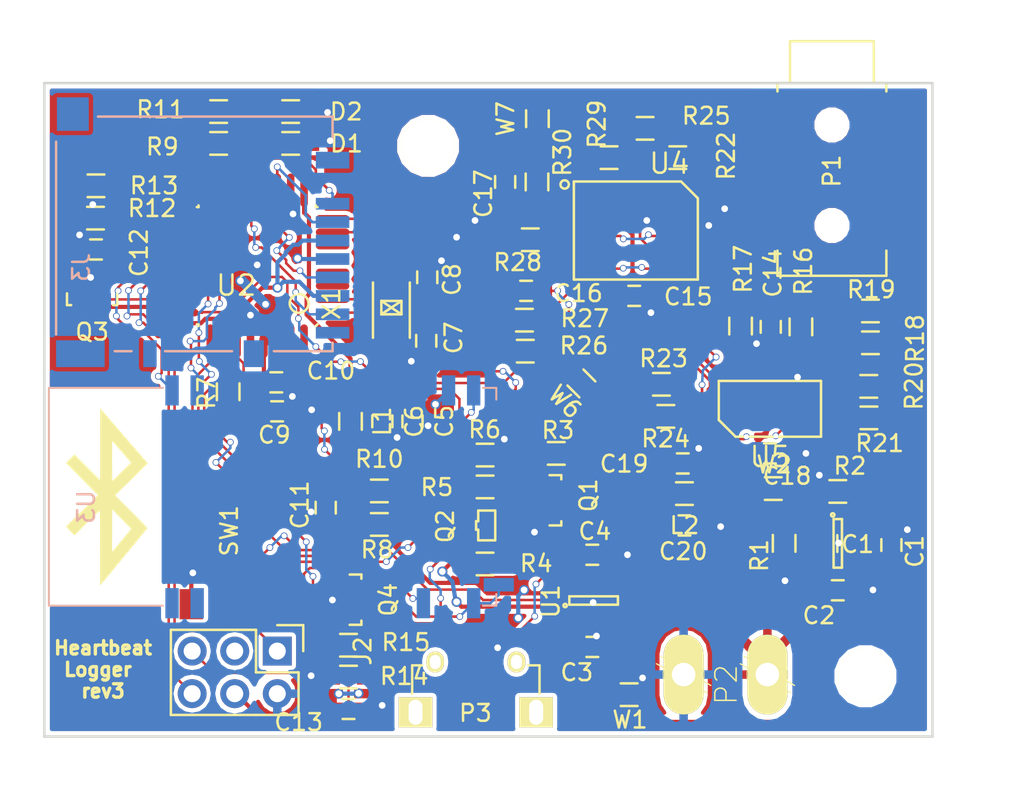
<source format=kicad_pcb>
(kicad_pcb (version 4) (host pcbnew 4.0.1-stable)
  (layers (0 F.Cu signal) (31 B.Cu signal) (34 B.Paste user) (35 F.Paste user) (36 B.SilkS user) (37 F.SilkS user) (38 B.Mask user) (39 F.Mask user) (44 Edge.Cuts user))
  (net 0 "")
  (net 1 +5V)
  (net 2 GND)
  (net 3 +BATT)
  (net 4 +3V3)
  (net 5 XIN32)
  (net 6 XOUT32)
  (net 7 Button)
  (net 8 /AFE/Vref)
  (net 9 "Net-(C16-Pad1)")
  (net 10 "Net-(C16-Pad2)")
  (net 11 AFE_output)
  (net 12 "Net-(C17-Pad2)")
  (net 13 "Net-(D1-Pad2)")
  (net 14 "Net-(D2-Pad2)")
  (net 15 CHG_status)
  (net 16 "Net-(IC1-Pad5)")
  (net 17 SWDIO)
  (net 18 SWDCLK)
  (net 19 nRESET)
  (net 20 SPI_nSS)
  (net 21 SPI_MOSI)
  (net 22 SPI_SCK)
  (net 23 SPI_MISO)
  (net 24 "Net-(J3-Pad8)")
  (net 25 +3.3VADC)
  (net 26 "Net-(Q1-Pad1)")
  (net 27 "Net-(Q3-Pad1)")
  (net 28 "Net-(Q4-Pad1)")
  (net 29 "Net-(Q4-Pad3)")
  (net 30 BATTSENSE_enable)
  (net 31 BATTSENSE_output)
  (net 32 "Net-(R10-Pad2)")
  (net 33 LED0)
  (net 34 LED1)
  (net 35 BT_enable)
  (net 36 "Net-(R18-Pad2)")
  (net 37 "Net-(R19-Pad2)")
  (net 38 "Net-(R22-Pad1)")
  (net 39 "Net-(R22-Pad2)")
  (net 40 "Net-(R23-Pad1)")
  (net 41 "Net-(R24-Pad2)")
  (net 42 "Net-(R25-Pad1)")
  (net 43 "Net-(R28-Pad1)")
  (net 44 /AFE/RLa)
  (net 45 "Net-(U2-Pad5)")
  (net 46 BT_RX)
  (net 47 BT_status)
  (net 48 SD_enable)
  (net 49 AFE_enable)
  (net 50 BT_TX)
  (net 51 "Net-(U3-Pad33)")
  (net 52 "Net-(U3-Pad34)")
  (net 53 "Net-(P1-Pad2)")
  (net 54 "Net-(P1-Pad3)")
  (net 55 "Net-(U2-Pad6)")
  (net 56 +3V3AFE)
  (net 57 "Net-(U2-Pad22)")
  (net 58 "Net-(U2-Pad4)")
  (net 59 "Net-(U2-Pad3)")
  (net 60 "Net-(J2-Pad3)")
  (net 61 "Net-(P3-Pad2)")
  (net 62 "Net-(P3-Pad3)")
  (net 63 "Net-(P3-Pad4)")
  (net 64 "Net-(Q2-Pad3)")
  (net 65 "Net-(Q1-Pad3)")
  (net 66 "Net-(J3-Pad3)")
  (module Utstumo:Wire_terminal_x2 (layer F.Cu) (at 208.65 114.85)
    (fp_text reference P2 (at 0.05 1.05 90) (layer F.SilkS) (effects (font (size 1.27 1.27) (thickness 0.0889))))
    (fp_text value Batt_conn hide)
    (pad 1 thru_hole oval (at 2.49936 0.44958) (size 2.37998 4.75996) (drill 1.39954) (layers *.Cu *.Mask F.SilkS) (net 3 +BATT))
    (pad 2 thru_hole oval (at -2.49936 0.44958) (size 2.37998 4.75996) (drill 1.39954) (layers *.Cu *.Mask F.SilkS) (net 2 GND))
  )
  (module Mounting_Holes:MountingHole_3.2mm_M3 (layer F.Cu) (at 190.9 83.75)
    (fp_text reference REF** hide)
    (fp_text value MountingHole_3.2mm_M3)
    (pad 1 np_thru_hole circle (at 0 0) (size 3.2 3.2) (drill 3.2) (layers *.Cu *.Mask F.SilkS))
  )
  (module TO_SOT_Packages_SMD:SOT-23 (layer F.Cu) (at 198.2 104.9 270)
    (fp_text reference Q1 (at -0.3 -2.275 270) (layer F.SilkS))
    (fp_text value Q_NPN_BEC)
    (pad 1 smd rect (at -0.95 1.00076 270) (size 0.8001 0.8001) (layers F.Cu F.Paste F.Mask) (net 26 "Net-(Q1-Pad1)"))
    (pad 2 smd rect (at 0.95 1.00076 270) (size 0.8001 0.8001) (layers F.Cu F.Paste F.Mask) (net 2 GND))
    (pad 3 smd rect (at 0 -0.99822 270) (size 0.8001 0.8001) (layers F.Cu F.Paste F.Mask) (net 65 "Net-(Q1-Pad3)"))
  )
  (module IFS-BoB:HC-06 (layer B.Cu) (at 181.62 104.69 270)
    (fp_text reference U3 (at 0.61 11.12 270) (layer B.SilkS) (effects (justify mirror)))
    (fp_text value HC-06)
    (pad 1 smd rect (at -6.35 6 270) (size 1.8 0.8) (layers B.Cu B.Paste B.Mask) (net 50 BT_TX))
    (pad 2 smd rect (at -6.35 4.5 270) (size 1.8 0.8) (layers B.Cu B.Paste B.Mask) (net 46 BT_RX))
    (pad 12 smd rect (at -6.35 -10.5 270) (size 1.8 0.8) (layers B.Cu B.Paste B.Mask) (net 4 +3V3))
    (pad 13 smd rect (at -6.35 -12 270) (size 1.8 0.8) (layers B.Cu B.Paste B.Mask) (net 29 "Net-(Q4-Pad3)"))
    (pad 21 smd rect (at 5.25 -13.5 270) (size 0.8 1.8) (layers B.Cu B.Paste B.Mask) (net 29 "Net-(Q4-Pad3)"))
    (pad 22 smd rect (at 6.35 -12 270) (size 1.8 0.8) (layers B.Cu B.Paste B.Mask) (net 29 "Net-(Q4-Pad3)"))
    (pad 24 smd rect (at 6.35 -9 270) (size 1.8 0.8) (layers B.Cu B.Paste B.Mask) (net 47 BT_status))
    (pad 33 smd rect (at 6.35 4.5 270) (size 1.8 0.8) (layers B.Cu B.Paste B.Mask) (net 51 "Net-(U3-Pad33)"))
    (pad 34 smd rect (at 6.35 6 270) (size 1.8 0.8) (layers B.Cu B.Paste B.Mask) (net 52 "Net-(U3-Pad34)"))
  )
  (module Utstumo:Hirose_Electric_DM3AT-SF-PEJM5_handsolder (layer B.Cu) (at 184.2 90.5 90)
    (fp_text reference J3 (at -0.5 -14 90) (layer B.SilkS) (effects (justify mirror)))
    (fp_text value "Hirose Electric DM3AT-SF-PEJM5")
    (pad "" smd rect (at 5.9 1 90) (size 1 2) (layers B.Cu B.Paste B.Mask))
    (pad 1 smd rect (at 3.3 1 90) (size 0.7 2) (layers B.Cu B.Paste B.Mask) (net 20 SPI_nSS))
    (pad 2 smd rect (at 2.2 1 90) (size 0.7 2) (layers B.Cu B.Paste B.Mask) (net 21 SPI_MOSI))
    (pad 3 smd rect (at 1.1 1 90) (size 0.7 2) (layers B.Cu B.Paste B.Mask) (net 66 "Net-(J3-Pad3)"))
    (pad 4 smd rect (at 0 1 90) (size 0.7 2) (layers B.Cu B.Paste B.Mask) (net 4 +3V3))
    (pad 5 smd rect (at -1.1 1 90) (size 0.7 2) (layers B.Cu B.Paste B.Mask) (net 22 SPI_SCK))
    (pad 6 smd rect (at -2.2 1 90) (size 0.7 2) (layers B.Cu B.Paste B.Mask) (net 66 "Net-(J3-Pad3)"))
    (pad 7 smd rect (at -3.3 1 90) (size 0.7 2) (layers B.Cu B.Paste B.Mask) (net 23 SPI_MISO))
    (pad 8 smd rect (at -4.4 1 90) (size 0.7 2) (layers B.Cu B.Paste B.Mask) (net 24 "Net-(J3-Pad8)"))
    (pad "" smd rect (at -5.65 -14.05 90) (size 1.6 2.9) (layers B.Cu B.Paste B.Mask))
    (pad "" smd rect (at -5.65 -3.7 90) (size 1.6 1.2) (layers B.Cu B.Paste B.Mask))
    (pad "" smd rect (at -5.65 -9.9 90) (size 1.6 0.8) (layers B.Cu B.Paste B.Mask))
    (pad "" smd rect (at 8.65 -14.5 90) (size 2 1.9) (layers B.Cu B.Paste B.Mask))
  )
  (module Capacitors_SMD:C_0603_HandSoldering (layer F.Cu) (at 218.55 107.57 90)
    (fp_text reference C1 (at -0.38 1.4 90) (layer F.SilkS))
    (fp_text value C)
    (pad 1 smd rect (at -0.95 0 90) (size 1.2 0.75) (layers F.Cu F.Paste F.Mask) (net 1 +5V))
    (pad 2 smd rect (at 0.95 0 90) (size 1.2 0.75) (layers F.Cu F.Paste F.Mask) (net 2 GND))
  )
  (module Capacitors_SMD:C_0603_HandSoldering (layer F.Cu) (at 215.35 110.27)
    (fp_text reference C2 (at -1.125 1.505) (layer F.SilkS))
    (fp_text value C)
    (pad 1 smd rect (at -0.95 0) (size 1.2 0.75) (layers F.Cu F.Paste F.Mask) (net 3 +BATT))
    (pad 2 smd rect (at 0.95 0) (size 1.2 0.75) (layers F.Cu F.Paste F.Mask) (net 2 GND))
  )
  (module Capacitors_SMD:C_0603_HandSoldering (layer F.Cu) (at 200.7 113.65)
    (fp_text reference C3 (at -0.925 1.525) (layer F.SilkS))
    (fp_text value 0.1uF)
    (pad 1 smd rect (at -0.95 0) (size 1.2 0.75) (layers F.Cu F.Paste F.Mask) (net 3 +BATT))
    (pad 2 smd rect (at 0.95 0) (size 1.2 0.75) (layers F.Cu F.Paste F.Mask) (net 2 GND))
  )
  (module Capacitors_SMD:C_0603_HandSoldering (layer F.Cu) (at 200.7 108.15)
    (fp_text reference C4 (at 0.15 -1.4) (layer F.SilkS))
    (fp_text value 1uF)
    (pad 1 smd rect (at -0.95 0) (size 1.2 0.75) (layers F.Cu F.Paste F.Mask) (net 4 +3V3))
    (pad 2 smd rect (at 0.95 0) (size 1.2 0.75) (layers F.Cu F.Paste F.Mask) (net 2 GND))
  )
  (module Capacitors_SMD:C_0603_HandSoldering (layer F.Cu) (at 189.97 100.19 270)
    (fp_text reference C5 (at 0 -1.9 270) (layer F.SilkS))
    (fp_text value 10uF/16V)
    (pad 1 smd rect (at -0.95 0 270) (size 1.2 0.75) (layers F.Cu F.Paste F.Mask) (net 4 +3V3))
    (pad 2 smd rect (at 0.95 0 270) (size 1.2 0.75) (layers F.Cu F.Paste F.Mask) (net 2 GND))
  )
  (module Capacitors_SMD:C_0603_HandSoldering (layer F.Cu) (at 188.17 100.19 270)
    (fp_text reference C6 (at 0 -1.9 270) (layer F.SilkS))
    (fp_text value 100n)
    (pad 1 smd rect (at -0.95 0 270) (size 1.2 0.75) (layers F.Cu F.Paste F.Mask) (net 4 +3V3))
    (pad 2 smd rect (at 0.95 0 270) (size 1.2 0.75) (layers F.Cu F.Paste F.Mask) (net 2 GND))
  )
  (module Capacitors_SMD:C_0603_HandSoldering (layer F.Cu) (at 190.79 95.38 270)
    (fp_text reference C7 (at -0.18 -1.635 270) (layer F.SilkS))
    (fp_text value 6.8pF)
    (pad 1 smd rect (at -0.95 0 270) (size 1.2 0.75) (layers F.Cu F.Paste F.Mask) (net 5 XIN32))
    (pad 2 smd rect (at 0.95 0 270) (size 1.2 0.75) (layers F.Cu F.Paste F.Mask) (net 2 GND))
  )
  (module Capacitors_SMD:C_0603_HandSoldering (layer F.Cu) (at 190.85 91.59 90)
    (fp_text reference C8 (at -0.135 1.475 90) (layer F.SilkS))
    (fp_text value 6.8pF)
    (pad 1 smd rect (at -0.95 0 90) (size 1.2 0.75) (layers F.Cu F.Paste F.Mask) (net 6 XOUT32))
    (pad 2 smd rect (at 0.95 0 90) (size 1.2 0.75) (layers F.Cu F.Paste F.Mask) (net 2 GND))
  )
  (module Capacitors_SMD:C_0603_HandSoldering (layer F.Cu) (at 181.89 99.59)
    (fp_text reference C9 (at -0.165 1.41) (layer F.SilkS))
    (fp_text value 100nF)
    (pad 1 smd rect (at -0.95 0) (size 1.2 0.75) (layers F.Cu F.Paste F.Mask) (net 4 +3V3))
    (pad 2 smd rect (at 0.95 0) (size 1.2 0.75) (layers F.Cu F.Paste F.Mask) (net 2 GND))
  )
  (module Capacitors_SMD:C_0603_HandSoldering (layer F.Cu) (at 181.84 97.86)
    (fp_text reference C10 (at 3.26 -0.685) (layer F.SilkS))
    (fp_text value 100nF)
    (pad 1 smd rect (at -0.95 0) (size 1.2 0.75) (layers F.Cu F.Paste F.Mask) (net 4 +3V3))
    (pad 2 smd rect (at 0.95 0) (size 1.2 0.75) (layers F.Cu F.Paste F.Mask) (net 2 GND))
  )
  (module Capacitors_SMD:C_0603_HandSoldering (layer F.Cu) (at 184.79 105.34 270)
    (fp_text reference C11 (at -0.165 1.54 270) (layer F.SilkS))
    (fp_text value C)
    (pad 1 smd rect (at -0.95 0 270) (size 1.2 0.75) (layers F.Cu F.Paste F.Mask) (net 7 Button))
    (pad 2 smd rect (at 0.95 0 270) (size 1.2 0.75) (layers F.Cu F.Paste F.Mask) (net 2 GND))
  )
  (module Capacitors_SMD:C_0603_HandSoldering (layer F.Cu) (at 171.08 89.93 180)
    (fp_text reference C12 (at -2.57 -0.195 270) (layer F.SilkS))
    (fp_text value C)
    (pad 1 smd rect (at -0.95 0 180) (size 1.2 0.75) (layers F.Cu F.Paste F.Mask) (net 4 +3V3))
    (pad 2 smd rect (at 0.95 0 180) (size 1.2 0.75) (layers F.Cu F.Paste F.Mask) (net 2 GND))
  )
  (module Capacitors_SMD:C_0603_HandSoldering (layer F.Cu) (at 186.15 117.35)
    (fp_text reference C13 (at -2.975 0.8) (layer F.SilkS))
    (fp_text value C)
    (pad 1 smd rect (at -0.95 0) (size 1.2 0.75) (layers F.Cu F.Paste F.Mask) (net 4 +3V3))
    (pad 2 smd rect (at 0.95 0) (size 1.2 0.75) (layers F.Cu F.Paste F.Mask) (net 2 GND))
  )
  (module Capacitors_SMD:C_0603_HandSoldering (layer F.Cu) (at 211.35 94.55 270)
    (fp_text reference C14 (at -3.2 -0.125 270) (layer F.SilkS))
    (fp_text value 100pF)
    (pad 1 smd rect (at -0.95 0 270) (size 1.2 0.75) (layers F.Cu F.Paste F.Mask) (net 8 /AFE/Vref))
    (pad 2 smd rect (at 0.95 0 270) (size 1.2 0.75) (layers F.Cu F.Paste F.Mask) (net 2 GND))
  )
  (module Capacitors_SMD:C_0603_HandSoldering (layer F.Cu) (at 203.2 92.7)
    (fp_text reference C15 (at 3.225 0.05) (layer F.SilkS))
    (fp_text value 100nF)
    (pad 1 smd rect (at -0.95 0) (size 1.2 0.75) (layers F.Cu F.Paste F.Mask) (net 56 +3V3AFE))
    (pad 2 smd rect (at 0.95 0) (size 1.2 0.75) (layers F.Cu F.Paste F.Mask) (net 2 GND))
  )
  (module Capacitors_SMD:C_0603_HandSoldering (layer F.Cu) (at 196.75 92.4)
    (fp_text reference C16 (at 3.125 0.15) (layer F.SilkS))
    (fp_text value 100nF)
    (pad 1 smd rect (at -0.95 0) (size 1.2 0.75) (layers F.Cu F.Paste F.Mask) (net 9 "Net-(C16-Pad1)"))
    (pad 2 smd rect (at 0.95 0) (size 1.2 0.75) (layers F.Cu F.Paste F.Mask) (net 10 "Net-(C16-Pad2)"))
  )
  (module Capacitors_SMD:C_0603_HandSoldering (layer F.Cu) (at 195.5 85.9 270)
    (fp_text reference C17 (at 0.7 1.3 270) (layer F.SilkS))
    (fp_text value 3.3nF)
    (pad 1 smd rect (at -0.95 0 270) (size 1.2 0.75) (layers F.Cu F.Paste F.Mask) (net 11 AFE_output))
    (pad 2 smd rect (at 0.95 0 270) (size 1.2 0.75) (layers F.Cu F.Paste F.Mask) (net 12 "Net-(C17-Pad2)"))
  )
  (module Resistors_SMD:R_0603_HandSoldering (layer F.Cu) (at 182.7 83.6 180)
    (fp_text reference D1 (at -3.33 -0.02 180) (layer F.SilkS))
    (fp_text value LED)
    (pad 1 smd rect (at -1.1 0 180) (size 1.2 0.9) (layers F.Cu F.Paste F.Mask) (net 2 GND))
    (pad 2 smd rect (at 1.1 0 180) (size 1.2 0.9) (layers F.Cu F.Paste F.Mask) (net 13 "Net-(D1-Pad2)"))
  )
  (module Resistors_SMD:R_0603_HandSoldering (layer F.Cu) (at 182.7 81.7 180)
    (fp_text reference D2 (at -3.31 -0.01 180) (layer F.SilkS))
    (fp_text value LED)
    (pad 1 smd rect (at -1.1 0 180) (size 1.2 0.9) (layers F.Cu F.Paste F.Mask) (net 2 GND))
    (pad 2 smd rect (at 1.1 0 180) (size 1.2 0.9) (layers F.Cu F.Paste F.Mask) (net 14 "Net-(D2-Pad2)"))
  )
  (module TO_SOT_Packages_SMD:SOT-23-5 (layer F.Cu) (at 215.35 107.47)
    (fp_text reference IC1 (at 0.95 0.055) (layer F.SilkS))
    (fp_text value IC_MCP73831)
    (pad 1 smd rect (at -1.1 -0.95) (size 1.06 0.65) (layers F.Cu F.Paste F.Mask) (net 15 CHG_status))
    (pad 2 smd rect (at -1.1 0) (size 1.06 0.65) (layers F.Cu F.Paste F.Mask) (net 2 GND))
    (pad 3 smd rect (at -1.1 0.95) (size 1.06 0.65) (layers F.Cu F.Paste F.Mask) (net 3 +BATT))
    (pad 4 smd rect (at 1.1 0.95) (size 1.06 0.65) (layers F.Cu F.Paste F.Mask) (net 1 +5V))
    (pad 5 smd rect (at 1.1 -0.95) (size 1.06 0.65) (layers F.Cu F.Paste F.Mask) (net 16 "Net-(IC1-Pad5)"))
  )
  (module Resistors_SMD:R_0603_HandSoldering (layer F.Cu) (at 186.27 100.19 270)
    (fp_text reference L1 (at 0 -1.9 270) (layer F.SilkS))
    (fp_text value BLM18PG471SN1)
    (pad 1 smd rect (at -1.1 0 270) (size 1.2 0.9) (layers F.Cu F.Paste F.Mask) (net 25 +3.3VADC))
    (pad 2 smd rect (at 1.1 0 270) (size 1.2 0.9) (layers F.Cu F.Paste F.Mask) (net 4 +3V3))
  )
  (module TO_SOT_Packages_SMD:SOT-323 (layer F.Cu) (at 194.4 106.4 270)
    (fp_text reference Q2 (at 0.05 2.475 270) (layer F.SilkS))
    (fp_text value NX3008PBKW)
    (pad 2 smd rect (at -0.65024 -0.94996 270) (size 0.59944 1.00076) (layers F.Cu F.Paste F.Mask) (net 3 +BATT))
    (pad 1 smd rect (at 0.65024 -0.94996 270) (size 0.59944 1.00076) (layers F.Cu F.Paste F.Mask) (net 65 "Net-(Q1-Pad3)"))
    (pad 3 smd rect (at 0 0.94996 270) (size 0.59944 1.00076) (layers F.Cu F.Paste F.Mask) (net 64 "Net-(Q2-Pad3)"))
  )
  (module Resistors_SMD:R_0603_HandSoldering (layer F.Cu) (at 212.15 107.47 270)
    (fp_text reference R1 (at 0.73 1.475 270) (layer F.SilkS))
    (fp_text value 10k)
    (pad 1 smd rect (at -1.1 0 270) (size 1.2 0.9) (layers F.Cu F.Paste F.Mask) (net 15 CHG_status))
    (pad 2 smd rect (at 1.1 0 270) (size 1.2 0.9) (layers F.Cu F.Paste F.Mask) (net 2 GND))
  )
  (module Resistors_SMD:R_0603_HandSoldering (layer F.Cu) (at 215.35 104.37 180)
    (fp_text reference R2 (at -0.725 1.52 180) (layer F.SilkS))
    (fp_text value R)
    (pad 1 smd rect (at -1.1 0 180) (size 1.2 0.9) (layers F.Cu F.Paste F.Mask) (net 16 "Net-(IC1-Pad5)"))
    (pad 2 smd rect (at 1.1 0 180) (size 1.2 0.9) (layers F.Cu F.Paste F.Mask) (net 2 GND))
  )
  (module Resistors_SMD:R_0603_HandSoldering (layer F.Cu) (at 198.55 102.1)
    (fp_text reference R3 (at 0.1 -1.375) (layer F.SilkS))
    (fp_text value 10k)
    (pad 1 smd rect (at -1.1 0) (size 1.2 0.9) (layers F.Cu F.Paste F.Mask) (net 26 "Net-(Q1-Pad1)"))
    (pad 2 smd rect (at 1.1 0) (size 1.2 0.9) (layers F.Cu F.Paste F.Mask) (net 30 BATTSENSE_enable))
  )
  (module Resistors_SMD:R_0603_HandSoldering (layer F.Cu) (at 194.3 108.7)
    (fp_text reference R4 (at 3.05 -0.025) (layer F.SilkS))
    (fp_text value 10k)
    (pad 1 smd rect (at -1.1 0) (size 1.2 0.9) (layers F.Cu F.Paste F.Mask) (net 3 +BATT))
    (pad 2 smd rect (at 1.1 0) (size 1.2 0.9) (layers F.Cu F.Paste F.Mask) (net 65 "Net-(Q1-Pad3)"))
  )
  (module Resistors_SMD:R_0603_HandSoldering (layer F.Cu) (at 194.3 104.1 180)
    (fp_text reference R5 (at 2.875 -0.025 180) (layer F.SilkS))
    (fp_text value 10k)
    (pad 1 smd rect (at -1.1 0 180) (size 1.2 0.9) (layers F.Cu F.Paste F.Mask) (net 64 "Net-(Q2-Pad3)"))
    (pad 2 smd rect (at 1.1 0 180) (size 1.2 0.9) (layers F.Cu F.Paste F.Mask) (net 31 BATTSENSE_output))
  )
  (module Resistors_SMD:R_0603_HandSoldering (layer F.Cu) (at 194.3 102.2)
    (fp_text reference R6 (at -0.025 -1.525) (layer F.SilkS))
    (fp_text value 10k)
    (pad 1 smd rect (at -1.1 0) (size 1.2 0.9) (layers F.Cu F.Paste F.Mask) (net 31 BATTSENSE_output))
    (pad 2 smd rect (at 1.1 0) (size 1.2 0.9) (layers F.Cu F.Paste F.Mask) (net 2 GND))
  )
  (module Resistors_SMD:R_0603_HandSoldering (layer F.Cu) (at 178.97 98.42 90)
    (fp_text reference R7 (at -0.08 -1.295 90) (layer F.SilkS))
    (fp_text value 10k)
    (pad 1 smd rect (at -1.1 0 90) (size 1.2 0.9) (layers F.Cu F.Paste F.Mask) (net 4 +3V3))
    (pad 2 smd rect (at 1.1 0 90) (size 1.2 0.9) (layers F.Cu F.Paste F.Mask) (net 19 nRESET))
  )
  (module Resistors_SMD:R_0603_HandSoldering (layer F.Cu) (at 187.99 106.34 180)
    (fp_text reference R8 (at 0.14 -1.51 180) (layer F.SilkS))
    (fp_text value 1M)
    (pad 1 smd rect (at -1.1 0 180) (size 1.2 0.9) (layers F.Cu F.Paste F.Mask) (net 4 +3V3))
    (pad 2 smd rect (at 1.1 0 180) (size 1.2 0.9) (layers F.Cu F.Paste F.Mask) (net 32 "Net-(R10-Pad2)"))
  )
  (module Resistors_SMD:R_0603_HandSoldering (layer F.Cu) (at 178.4 83.6)
    (fp_text reference R9 (at -3.36 0.2) (layer F.SilkS))
    (fp_text value 200)
    (pad 1 smd rect (at -1.1 0) (size 1.2 0.9) (layers F.Cu F.Paste F.Mask) (net 33 LED0))
    (pad 2 smd rect (at 1.1 0) (size 1.2 0.9) (layers F.Cu F.Paste F.Mask) (net 13 "Net-(D1-Pad2)"))
  )
  (module Resistors_SMD:R_0603_HandSoldering (layer F.Cu) (at 187.99 104.34)
    (fp_text reference R10 (at 0 -1.9) (layer F.SilkS))
    (fp_text value 1M)
    (pad 1 smd rect (at -1.1 0) (size 1.2 0.9) (layers F.Cu F.Paste F.Mask) (net 7 Button))
    (pad 2 smd rect (at 1.1 0) (size 1.2 0.9) (layers F.Cu F.Paste F.Mask) (net 32 "Net-(R10-Pad2)"))
  )
  (module Resistors_SMD:R_0603_HandSoldering (layer F.Cu) (at 178.4 81.7)
    (fp_text reference R11 (at -3.46 -0.12) (layer F.SilkS))
    (fp_text value 200)
    (pad 1 smd rect (at -1.1 0) (size 1.2 0.9) (layers F.Cu F.Paste F.Mask) (net 34 LED1))
    (pad 2 smd rect (at 1.1 0) (size 1.2 0.9) (layers F.Cu F.Paste F.Mask) (net 14 "Net-(D2-Pad2)"))
  )
  (module Resistors_SMD:R_0603_HandSoldering (layer F.Cu) (at 171.05 88.06 180)
    (fp_text reference R12 (at -3.375 0.585 180) (layer F.SilkS))
    (fp_text value 1M)
    (pad 1 smd rect (at -1.1 0 180) (size 1.2 0.9) (layers F.Cu F.Paste F.Mask) (net 27 "Net-(Q3-Pad1)"))
    (pad 2 smd rect (at 1.1 0 180) (size 1.2 0.9) (layers F.Cu F.Paste F.Mask) (net 2 GND))
  )
  (module Resistors_SMD:R_0603_HandSoldering (layer F.Cu) (at 171.08 86.13 180)
    (fp_text reference R13 (at -3.47 0.005 180) (layer F.SilkS))
    (fp_text value 330)
    (pad 1 smd rect (at -1.1 0 180) (size 1.2 0.9) (layers F.Cu F.Paste F.Mask) (net 27 "Net-(Q3-Pad1)"))
    (pad 2 smd rect (at 1.1 0 180) (size 1.2 0.9) (layers F.Cu F.Paste F.Mask) (net 48 SD_enable))
  )
  (module Resistors_SMD:R_0603_HandSoldering (layer F.Cu) (at 186.15 115.45 180)
    (fp_text reference R14 (at -3.325 0.05 180) (layer F.SilkS))
    (fp_text value 1M)
    (pad 1 smd rect (at -1.1 0 180) (size 1.2 0.9) (layers F.Cu F.Paste F.Mask) (net 28 "Net-(Q4-Pad1)"))
    (pad 2 smd rect (at 1.1 0 180) (size 1.2 0.9) (layers F.Cu F.Paste F.Mask) (net 2 GND))
  )
  (module Resistors_SMD:R_0603_HandSoldering (layer F.Cu) (at 186.15 113.55 180)
    (fp_text reference R15 (at -3.425 0.175 180) (layer F.SilkS))
    (fp_text value 330)
    (pad 1 smd rect (at -1.1 0 180) (size 1.2 0.9) (layers F.Cu F.Paste F.Mask) (net 28 "Net-(Q4-Pad1)"))
    (pad 2 smd rect (at 1.1 0 180) (size 1.2 0.9) (layers F.Cu F.Paste F.Mask) (net 35 BT_enable))
  )
  (module Resistors_SMD:R_0603_HandSoldering (layer F.Cu) (at 213.15 94.55 90)
    (fp_text reference R16 (at 3.325 0.15 90) (layer F.SilkS))
    (fp_text value 10k)
    (pad 1 smd rect (at -1.1 0 90) (size 1.2 0.9) (layers F.Cu F.Paste F.Mask) (net 56 +3V3AFE))
    (pad 2 smd rect (at 1.1 0 90) (size 1.2 0.9) (layers F.Cu F.Paste F.Mask) (net 8 /AFE/Vref))
  )
  (module Resistors_SMD:R_0603_HandSoldering (layer F.Cu) (at 209.55 94.5 270)
    (fp_text reference R17 (at -3.4 -0.15 270) (layer F.SilkS))
    (fp_text value 10k)
    (pad 1 smd rect (at -1.1 0 270) (size 1.2 0.9) (layers F.Cu F.Paste F.Mask) (net 8 /AFE/Vref))
    (pad 2 smd rect (at 1.1 0 270) (size 1.2 0.9) (layers F.Cu F.Paste F.Mask) (net 2 GND))
  )
  (module Resistors_SMD:R_0603_HandSoldering (layer F.Cu) (at 217.3 95.5 180)
    (fp_text reference R18 (at -2.675 0.25 270) (layer F.SilkS))
    (fp_text value 100k)
    (pad 1 smd rect (at -1.1 0 180) (size 1.2 0.9) (layers F.Cu F.Paste F.Mask) (net 54 "Net-(P1-Pad3)"))
    (pad 2 smd rect (at 1.1 0 180) (size 1.2 0.9) (layers F.Cu F.Paste F.Mask) (net 36 "Net-(R18-Pad2)"))
  )
  (module Resistors_SMD:R_0603_HandSoldering (layer F.Cu) (at 217.3 93.6 180)
    (fp_text reference R19 (at -0.05 1.275 180) (layer F.SilkS))
    (fp_text value 100k)
    (pad 1 smd rect (at -1.1 0 180) (size 1.2 0.9) (layers F.Cu F.Paste F.Mask) (net 53 "Net-(P1-Pad2)"))
    (pad 2 smd rect (at 1.1 0 180) (size 1.2 0.9) (layers F.Cu F.Paste F.Mask) (net 37 "Net-(R19-Pad2)"))
  )
  (module Resistors_SMD:R_0603_HandSoldering (layer F.Cu) (at 217.2 98.1)
    (fp_text reference R20 (at 2.7 -0.025 90) (layer F.SilkS))
    (fp_text value 2M)
    (pad 1 smd rect (at -1.1 0) (size 1.2 0.9) (layers F.Cu F.Paste F.Mask) (net 36 "Net-(R18-Pad2)"))
    (pad 2 smd rect (at 1.1 0) (size 1.2 0.9) (layers F.Cu F.Paste F.Mask) (net 8 /AFE/Vref))
  )
  (module Resistors_SMD:R_0603_HandSoldering (layer F.Cu) (at 217.21 99.98)
    (fp_text reference R21 (at 0.64 1.52) (layer F.SilkS))
    (fp_text value 2M)
    (pad 1 smd rect (at -1.1 0) (size 1.2 0.9) (layers F.Cu F.Paste F.Mask) (net 37 "Net-(R19-Pad2)"))
    (pad 2 smd rect (at 1.1 0) (size 1.2 0.9) (layers F.Cu F.Paste F.Mask) (net 8 /AFE/Vref))
  )
  (module Resistors_SMD:R_0603_HandSoldering (layer F.Cu) (at 205.8 84.45 180)
    (fp_text reference R22 (at -2.89 0.1 450) (layer F.SilkS))
    (fp_text value 10k)
    (pad 1 smd rect (at -1.1 0 180) (size 1.2 0.9) (layers F.Cu F.Paste F.Mask) (net 38 "Net-(R22-Pad1)"))
    (pad 2 smd rect (at 1.1 0 180) (size 1.2 0.9) (layers F.Cu F.Paste F.Mask) (net 39 "Net-(R22-Pad2)"))
  )
  (module Resistors_SMD:R_0603_HandSoldering (layer F.Cu) (at 204.825 97.975 180)
    (fp_text reference R23 (at -0.13 1.535 180) (layer F.SilkS))
    (fp_text value 100k)
    (pad 1 smd rect (at -1.1 0 180) (size 1.2 0.9) (layers F.Cu F.Paste F.Mask) (net 40 "Net-(R23-Pad1)"))
    (pad 2 smd rect (at 1.1 0 180) (size 1.2 0.9) (layers F.Cu F.Paste F.Mask) (net 10 "Net-(C16-Pad2)"))
  )
  (module Resistors_SMD:R_0603_HandSoldering (layer F.Cu) (at 205.09 99.89 180)
    (fp_text reference R24 (at 0.015 -1.335 180) (layer F.SilkS))
    (fp_text value 100k)
    (pad 1 smd rect (at -1.1 0 180) (size 1.2 0.9) (layers F.Cu F.Paste F.Mask) (net 40 "Net-(R23-Pad1)"))
    (pad 2 smd rect (at 1.1 0 180) (size 1.2 0.9) (layers F.Cu F.Paste F.Mask) (net 41 "Net-(R24-Pad2)"))
  )
  (module Resistors_SMD:R_0603_HandSoldering (layer F.Cu) (at 203.85 82.7)
    (fp_text reference R25 (at 3.65 -0.74) (layer F.SilkS))
    (fp_text value 390k)
    (pad 1 smd rect (at -1.1 0) (size 1.2 0.9) (layers F.Cu F.Paste F.Mask) (net 42 "Net-(R25-Pad1)"))
    (pad 2 smd rect (at 1.1 0) (size 1.2 0.9) (layers F.Cu F.Paste F.Mask) (net 38 "Net-(R22-Pad1)"))
  )
  (module Resistors_SMD:R_0603_HandSoldering (layer F.Cu) (at 196.7 96)
    (fp_text reference R26 (at 3.5 -0.325) (layer F.SilkS))
    (fp_text value 1M)
    (pad 1 smd rect (at -1.1 0) (size 1.2 0.9) (layers F.Cu F.Paste F.Mask) (net 9 "Net-(C16-Pad1)"))
    (pad 2 smd rect (at 1.1 0) (size 1.2 0.9) (layers F.Cu F.Paste F.Mask) (net 41 "Net-(R24-Pad2)"))
  )
  (module Resistors_SMD:R_0603_HandSoldering (layer F.Cu) (at 196.65 94.15)
    (fp_text reference R27 (at 3.6 -0.1) (layer F.SilkS))
    (fp_text value 10k)
    (pad 1 smd rect (at -1.1 0) (size 1.2 0.9) (layers F.Cu F.Paste F.Mask) (net 12 "Net-(C17-Pad2)"))
    (pad 2 smd rect (at 1.1 0) (size 1.2 0.9) (layers F.Cu F.Paste F.Mask) (net 41 "Net-(R24-Pad2)"))
  )
  (module Resistors_SMD:R_0603_HandSoldering (layer F.Cu) (at 197 89.35)
    (fp_text reference R28 (at -0.75 1.35) (layer F.SilkS))
    (fp_text value 10k)
    (pad 1 smd rect (at -1.1 0) (size 1.2 0.9) (layers F.Cu F.Paste F.Mask) (net 43 "Net-(R28-Pad1)"))
    (pad 2 smd rect (at 1.1 0) (size 1.2 0.9) (layers F.Cu F.Paste F.Mask) (net 8 /AFE/Vref))
  )
  (module Resistors_SMD:R_0603_HandSoldering (layer F.Cu) (at 201.7 84.45)
    (fp_text reference R29 (at -0.725 -2 90) (layer F.SilkS))
    (fp_text value 100k)
    (pad 1 smd rect (at -1.1 0) (size 1.2 0.9) (layers F.Cu F.Paste F.Mask) (net 44 /AFE/RLa))
    (pad 2 smd rect (at 1.1 0) (size 1.2 0.9) (layers F.Cu F.Paste F.Mask) (net 42 "Net-(R25-Pad1)"))
  )
  (module Resistors_SMD:R_0603_HandSoldering (layer F.Cu) (at 197.4 85.9 270)
    (fp_text reference R30 (at -1.775 -1.525 270) (layer F.SilkS))
    (fp_text value 1M)
    (pad 1 smd rect (at -1.1 0 270) (size 1.2 0.9) (layers F.Cu F.Paste F.Mask) (net 11 AFE_output))
    (pad 2 smd rect (at 1.1 0 270) (size 1.2 0.9) (layers F.Cu F.Paste F.Mask) (net 12 "Net-(C17-Pad2)"))
  )
  (module Nova:MC32882 (layer F.Cu) (at 179.02 106.9 270)
    (fp_text reference SW1 (at -0.18 -0.01 270) (layer F.SilkS))
    (fp_text value SW_PUSH)
    (pad 2 smd rect (at 4.2 2.25 270) (size 1.8 1.4) (layers F.Cu F.Paste F.Mask) (net 2 GND))
    (pad 1 smd rect (at -4.2 -2.25 270) (size 1.8 1.4) (layers F.Cu F.Paste F.Mask) (net 32 "Net-(R10-Pad2)"))
    (pad 1 smd rect (at 4.2 -2.25 270) (size 1.8 1.4) (layers F.Cu F.Paste F.Mask) (net 32 "Net-(R10-Pad2)"))
    (pad 2 smd rect (at -4.2 2.25 270) (size 1.8 1.4) (layers F.Cu F.Paste F.Mask) (net 2 GND))
  )
  (module TO_SOT_Packages_SMD:SOT-23-5 (layer F.Cu) (at 200.78 110.88 90)
    (fp_text reference U1 (at -0.05 -2.55 90) (layer F.SilkS))
    (fp_text value NCP551SN33T1G)
    (pad 1 smd rect (at -1.1 -0.95 90) (size 1.06 0.65) (layers F.Cu F.Paste F.Mask) (net 3 +BATT))
    (pad 2 smd rect (at -1.1 0 90) (size 1.06 0.65) (layers F.Cu F.Paste F.Mask) (net 2 GND))
    (pad 3 smd rect (at -1.1 0.95 90) (size 1.06 0.65) (layers F.Cu F.Paste F.Mask) (net 3 +BATT))
    (pad 4 smd rect (at 1.1 0.95 90) (size 1.06 0.65) (layers F.Cu F.Paste F.Mask))
    (pad 5 smd rect (at 1.1 -0.95 90) (size 1.06 0.65) (layers F.Cu F.Paste F.Mask) (net 4 +3V3))
  )
  (module Utstumo:SAMD21_QFP_32_handsolder (layer F.Cu) (at 180.7 90.9 180)
    (fp_text reference U2 (at 1.25 -1.175 180) (layer F.SilkS) (effects (font (size 1.2 1.2))))
    (fp_text value SAMD21E17A)
    (pad 1 smd oval (at -4.5 -2.8 270) (size 0.45 2) (layers F.Cu F.Paste F.Mask) (net 5 XIN32))
    (pad 2 smd oval (at -4.5 -2 270) (size 0.45 2) (layers F.Cu F.Paste F.Mask) (net 6 XOUT32))
    (pad 3 smd oval (at -4.5 -1.2 270) (size 0.45 2) (layers F.Cu F.Paste F.Mask) (net 59 "Net-(U2-Pad3)"))
    (pad 4 smd oval (at -4.5 -0.4 270) (size 0.45 2) (layers F.Cu F.Paste F.Mask) (net 58 "Net-(U2-Pad4)"))
    (pad 5 smd oval (at -4.5 0.4 270) (size 0.45 2) (layers F.Cu F.Paste F.Mask) (net 45 "Net-(U2-Pad5)"))
    (pad 6 smd oval (at -4.5 1.2 270) (size 0.45 2) (layers F.Cu F.Paste F.Mask) (net 55 "Net-(U2-Pad6)"))
    (pad 7 smd oval (at -4.5 2 270) (size 0.45 2) (layers F.Cu F.Paste F.Mask) (net 31 BATTSENSE_output))
    (pad 8 smd oval (at -4.5 2.8 270) (size 0.45 2) (layers F.Cu F.Paste F.Mask) (net 11 AFE_output))
    (pad 9 smd oval (at -2.8 4.5 180) (size 0.45 2) (layers F.Cu F.Paste F.Mask) (net 25 +3.3VADC))
    (pad 10 smd oval (at -2 4.5 180) (size 0.45 2) (layers F.Cu F.Paste F.Mask) (net 2 GND))
    (pad 11 smd oval (at -1.2 4.5 180) (size 0.45 2) (layers F.Cu F.Paste F.Mask) (net 21 SPI_MOSI))
    (pad 12 smd oval (at -0.4 4.5 180) (size 0.45 2) (layers F.Cu F.Paste F.Mask) (net 22 SPI_SCK))
    (pad 13 smd oval (at 0.4 4.5 180) (size 0.45 2) (layers F.Cu F.Paste F.Mask) (net 23 SPI_MISO))
    (pad 14 smd oval (at 1.2 4.5 180) (size 0.45 2) (layers F.Cu F.Paste F.Mask) (net 20 SPI_nSS))
    (pad 15 smd oval (at 2 4.5 180) (size 0.45 2) (layers F.Cu F.Paste F.Mask) (net 34 LED1))
    (pad 16 smd oval (at 2.8 4.5 180) (size 0.45 2) (layers F.Cu F.Paste F.Mask) (net 33 LED0))
    (pad 17 smd oval (at 4.5 2.8 270) (size 0.45 2) (layers F.Cu F.Paste F.Mask) (net 50 BT_TX))
    (pad 18 smd oval (at 4.5 2 270) (size 0.45 2) (layers F.Cu F.Paste F.Mask) (net 46 BT_RX))
    (pad 19 smd oval (at 4.5 1.2 270) (size 0.45 2) (layers F.Cu F.Paste F.Mask) (net 47 BT_status))
    (pad 20 smd oval (at 4.5 0.4 270) (size 0.45 2) (layers F.Cu F.Paste F.Mask) (net 35 BT_enable))
    (pad 21 smd oval (at 4.5 -0.4 270) (size 0.45 2) (layers F.Cu F.Paste F.Mask) (net 30 BATTSENSE_enable))
    (pad 22 smd oval (at 4.5 -1.2 270) (size 0.45 2) (layers F.Cu F.Paste F.Mask) (net 57 "Net-(U2-Pad22)"))
    (pad 23 smd oval (at 4.5 -2 270) (size 0.45 2) (layers F.Cu F.Paste F.Mask) (net 48 SD_enable))
    (pad 24 smd oval (at 4.5 -2.8 270) (size 0.45 2) (layers F.Cu F.Paste F.Mask) (net 49 AFE_enable))
    (pad 25 smd oval (at 2.8 -4.5 180) (size 0.45 2) (layers F.Cu F.Paste F.Mask) (net 15 CHG_status))
    (pad 26 smd oval (at 2 -4.5 180) (size 0.45 2) (layers F.Cu F.Paste F.Mask) (net 19 nRESET))
    (pad 27 smd oval (at 1.2 -4.5 180) (size 0.45 2) (layers F.Cu F.Paste F.Mask) (net 7 Button))
    (pad 28 smd oval (at 0.4 -4.5 180) (size 0.45 2) (layers F.Cu F.Paste F.Mask) (net 2 GND))
    (pad 29 smd oval (at -0.4 -4.5 180) (size 0.45 2) (layers F.Cu F.Paste F.Mask) (net 4 +3V3))
    (pad 30 smd oval (at -1.2 -4.5 180) (size 0.45 2) (layers F.Cu F.Paste F.Mask) (net 4 +3V3))
    (pad 31 smd oval (at -2 -4.5 180) (size 0.45 2) (layers F.Cu F.Paste F.Mask) (net 18 SWDCLK))
    (pad 32 smd oval (at -2.8 -4.5 180) (size 0.45 2) (layers F.Cu F.Paste F.Mask) (net 17 SWDIO))
  )
  (module Nova:ABS07-32.768KHZ-T (layer F.Cu) (at 188.71 93.4 270)
    (fp_text reference X1 (at -0.2286 3.5687 270) (layer F.SilkS))
    (fp_text value XTAL-32.768kHz-Cilindrical-SMD)
    (pad 1 smd rect (at 1.6 0 270) (size 1.8 1.9) (layers F.Cu F.Paste F.Mask) (net 5 XIN32))
    (pad 2 smd rect (at -1.6 0 270) (size 1.8 1.9) (layers F.Cu F.Paste F.Mask) (net 6 XOUT32))
  )
  (module Utstumo:Multicomp_MJ4435-R (layer F.Cu) (at 215 80 270)
    (fp_text reference P1 (at 5.25 0 270) (layer F.SilkS))
    (fp_text value Stereo_audio_jack)
    (pad 1 smd rect (at 1.8 -3.325 270) (size 2 2.85) (layers F.Cu F.Paste F.Mask) (net 44 /AFE/RLa))
    (pad 2 smd rect (at 5 -3.325 270) (size 2 2.85) (layers F.Cu F.Paste F.Mask) (net 53 "Net-(P1-Pad2)"))
    (pad 3 smd rect (at 8.5 -3.325 270) (size 2 2.85) (layers F.Cu F.Paste F.Mask) (net 54 "Net-(P1-Pad3)"))
    (pad 1 smd rect (at 1.8 3.325 270) (size 2 2.85) (layers F.Cu F.Paste F.Mask) (net 44 /AFE/RLa))
    (pad 2 smd rect (at 5 3.325 270) (size 2 2.85) (layers F.Cu F.Paste F.Mask) (net 53 "Net-(P1-Pad2)"))
    (pad 3 smd rect (at 8.5 3.325 270) (size 2 2.85) (layers F.Cu F.Paste F.Mask) (net 54 "Net-(P1-Pad3)"))
    (pad "" np_thru_hole circle (at 2.5 0 270) (size 1.6 1.6) (drill 1.6) (layers *.Cu *.Mask))
    (pad "" np_thru_hole circle (at 8.5 0 270) (size 1.6 1.6) (drill 1.6) (layers *.Cu *.Mask))
  )
  (module Capacitors_SMD:C_0603_HandSoldering (layer F.Cu) (at 211.3 102.1)
    (fp_text reference C18 (at 1.025 1.35) (layer F.SilkS))
    (fp_text value 100nF)
    (pad 1 smd rect (at -0.95 0) (size 1.2 0.75) (layers F.Cu F.Paste F.Mask) (net 56 +3V3AFE))
    (pad 2 smd rect (at 0.95 0) (size 1.2 0.75) (layers F.Cu F.Paste F.Mask) (net 2 GND))
  )
  (module Capacitors_SMD:C_0603_HandSoldering (layer F.Cu) (at 206.1 102.7)
    (fp_text reference C19 (at -3.5 0.025) (layer F.SilkS))
    (fp_text value 10uF/16V)
    (pad 1 smd rect (at -0.95 0) (size 1.2 0.75) (layers F.Cu F.Paste F.Mask) (net 4 +3V3))
    (pad 2 smd rect (at 0.95 0) (size 1.2 0.75) (layers F.Cu F.Paste F.Mask) (net 2 GND))
  )
  (module Capacitors_SMD:C_0603_HandSoldering (layer F.Cu) (at 206.2 106.4)
    (fp_text reference C20 (at -0.075 1.55) (layer F.SilkS))
    (fp_text value 100n)
    (pad 1 smd rect (at -0.95 0) (size 1.2 0.75) (layers F.Cu F.Paste F.Mask) (net 4 +3V3))
    (pad 2 smd rect (at 0.95 0) (size 1.2 0.75) (layers F.Cu F.Paste F.Mask) (net 2 GND))
  )
  (module Resistors_SMD:R_0603_HandSoldering (layer F.Cu) (at 206.2 104.5 180)
    (fp_text reference L2 (at 0 -1.9 180) (layer F.SilkS))
    (fp_text value BLM18PG471SN1)
    (pad 1 smd rect (at -1.1 0 180) (size 1.2 0.9) (layers F.Cu F.Paste F.Mask) (net 56 +3V3AFE))
    (pad 2 smd rect (at 1.1 0 180) (size 1.2 0.9) (layers F.Cu F.Paste F.Mask) (net 4 +3V3))
  )
  (module TO_SOT_Packages_SMD:SOT-23 (layer F.Cu) (at 170.85 92.6 180)
    (fp_text reference Q3 (at 0 -2.25 180) (layer F.SilkS))
    (fp_text value TSM2306)
    (pad 1 smd rect (at -0.95 1.00076 180) (size 0.8001 0.8001) (layers F.Cu F.Paste F.Mask) (net 27 "Net-(Q3-Pad1)"))
    (pad 2 smd rect (at 0.95 1.00076 180) (size 0.8001 0.8001) (layers F.Cu F.Paste F.Mask) (net 2 GND))
    (pad 3 smd rect (at 0 -0.99822 180) (size 0.8001 0.8001) (layers F.Cu F.Paste F.Mask) (net 66 "Net-(J3-Pad3)"))
  )
  (module TO_SOT_Packages_SMD:SOT-23 (layer F.Cu) (at 186.27 110.83 270)
    (fp_text reference Q4 (at 0 -2.25 270) (layer F.SilkS))
    (fp_text value TSM2306)
    (pad 1 smd rect (at -0.95 1.00076 270) (size 0.8001 0.8001) (layers F.Cu F.Paste F.Mask) (net 28 "Net-(Q4-Pad1)"))
    (pad 2 smd rect (at 0.95 1.00076 270) (size 0.8001 0.8001) (layers F.Cu F.Paste F.Mask) (net 2 GND))
    (pad 3 smd rect (at 0 -0.99822 270) (size 0.8001 0.8001) (layers F.Cu F.Paste F.Mask) (net 29 "Net-(Q4-Pad3)"))
  )
  (module Graphics:silkscreen_bluetooth_9x13 (layer F.Cu) (at 171.75 104.55)
    (fp_text reference G*** hide)
    (fp_text value LOGO hide)
  )
  (module Mounting_Holes:MountingHole_3.2mm_M3 (layer F.Cu) (at 217 115.4)
    (fp_text reference REF** hide)
    (fp_text value MountingHole_3.2mm_M3)
    (pad 1 np_thru_hole circle (at 0 0) (size 3.2 3.2) (drill 3.2) (layers *.Cu *.Mask F.SilkS))
  )
  (module Resistors_SMD:R_0603 (layer F.Cu) (at 202.9 116.5 180)
    (fp_text reference W1 (at -0.05 -1.5 180) (layer F.SilkS))
    (fp_text value TEST_1P)
    (pad 1 smd rect (at -0.75 0 180) (size 0.5 0.9) (layers F.Cu F.Paste F.Mask) (net 2 GND))
    (pad 2 smd rect (at 0.75 0 180) (size 0.5 0.9) (layers F.Cu F.Paste F.Mask))
  )
  (module Resistors_SMD:R_0603 (layer F.Cu) (at 211.5 104.2 180)
    (fp_text reference W2 (at -0.05 1.425 180) (layer F.SilkS))
    (fp_text value TEST_1P)
    (pad 1 smd rect (at -0.75 0 180) (size 0.5 0.9) (layers F.Cu F.Paste F.Mask) (net 56 +3V3AFE))
    (pad 2 smd rect (at 0.75 0 180) (size 0.5 0.9) (layers F.Cu F.Paste F.Mask))
  )
  (module Resistors_SMD:R_0603 (layer F.Cu) (at 200.05 97.925 135)
    (fp_text reference W6 (at -0.088388 -1.467247 135) (layer F.SilkS))
    (fp_text value TEST_1P)
    (pad 1 smd rect (at -0.75 0 135) (size 0.5 0.9) (layers F.Cu F.Paste F.Mask) (net 41 "Net-(R24-Pad2)"))
    (pad 2 smd rect (at 0.75 0 135) (size 0.5 0.9) (layers F.Cu F.Paste F.Mask))
  )
  (module Resistors_SMD:R_0603 (layer F.Cu) (at 197.425 82.125 90)
    (fp_text reference W7 (at 0 -1.9 90) (layer F.SilkS))
    (fp_text value TEST_1P)
    (pad 1 smd rect (at -0.75 0 90) (size 0.5 0.9) (layers F.Cu F.Paste F.Mask) (net 11 AFE_output))
    (pad 2 smd rect (at 0.75 0 90) (size 0.5 0.9) (layers F.Cu F.Paste F.Mask))
  )
  (module Pin_Headers:Pin_Header_Straight_2x03 (layer F.Cu) (at 181.9 113.9 270)
    (fp_text reference J2 (at 0 -5.1 270) (layer F.SilkS))
    (fp_text value CON_HEADER_2X03-PTH)
    (pad 1 thru_hole rect (at 0 0 270) (size 1.7272 1.7272) (drill 1.016) (layers *.Cu *.Mask) (net 18 SWDCLK))
    (pad 2 thru_hole oval (at 2.54 0 270) (size 1.7272 1.7272) (drill 1.016) (layers *.Cu *.Mask) (net 2 GND))
    (pad 3 thru_hole oval (at 0 2.54 270) (size 1.7272 1.7272) (drill 1.016) (layers *.Cu *.Mask) (net 60 "Net-(J2-Pad3)"))
    (pad 4 thru_hole oval (at 2.54 2.54 270) (size 1.7272 1.7272) (drill 1.016) (layers *.Cu *.Mask) (net 4 +3V3))
    (pad 5 thru_hole oval (at 0 5.08 270) (size 1.7272 1.7272) (drill 1.016) (layers *.Cu *.Mask) (net 17 SWDIO))
    (pad 6 thru_hole oval (at 2.54 5.08 270) (size 1.7272 1.7272) (drill 1.016) (layers *.Cu *.Mask) (net 19 nRESET))
  )
  (module Utstumo:Multicomp_MC001009_handsolder (layer F.Cu) (at 193.75 115.55)
    (fp_text reference P3 (at -0.025 2.05) (layer F.SilkS))
    (fp_text value "MULTICOMP MC001009")
    (pad 1 smd rect (at -1.3 -0.675) (size 0.4 1.35) (layers F.Cu F.Paste F.Mask) (net 1 +5V))
    (pad 2 smd rect (at -0.65 -0.675) (size 0.4 1.35) (layers F.Cu F.Paste F.Mask) (net 61 "Net-(P3-Pad2)"))
    (pad 3 smd rect (at 0 -0.675) (size 0.4 1.35) (layers F.Cu F.Paste F.Mask) (net 62 "Net-(P3-Pad3)"))
    (pad 4 smd rect (at 0.65 -0.675) (size 0.4 1.35) (layers F.Cu F.Paste F.Mask) (net 63 "Net-(P3-Pad4)"))
    (pad 5 smd rect (at 1.3 -0.675) (size 0.4 1.35) (layers F.Cu F.Paste F.Mask) (net 2 GND))
    (pad 0 thru_hole oval (at 2.425 -1) (size 1.05 1.25) (drill oval 0.65 0.85) (layers *.Cu *.Mask F.SilkS))
    (pad 0 thru_hole rect (at -3.6 2) (size 2 1.8) (drill oval 0.83 1.5) (layers *.Cu *.Mask F.SilkS))
    (pad 0 thru_hole rect (at 3.6 2) (size 2 1.8) (drill oval 0.83 1.5) (layers *.Cu *.Mask F.SilkS))
    (pad 0 thru_hole oval (at -2.425 -1) (size 1.05 1.25) (drill oval 0.65 0.85) (layers *.Cu *.Mask F.SilkS))
  )
  (module Utstumo:TSV635_TSSOP16 (layer F.Cu) (at 203.3 88.8 270)
    (fp_text reference U4 (at -4 -2 540) (layer F.SilkS) (effects (font (size 1.2 1.2))))
    (fp_text value TSV635)
    (pad 16 smd rect (at -2.275 -2.2 270) (size 0.3 2) (layers F.Cu F.Paste F.Mask) (net 42 "Net-(R25-Pad1)"))
    (pad 1 smd rect (at -2.275 2.2 270) (size 0.3 2) (layers F.Cu F.Paste F.Mask) (net 11 AFE_output))
    (pad 15 smd rect (at -1.625 -2.2 270) (size 0.3 2) (layers F.Cu F.Paste F.Mask) (net 38 "Net-(R22-Pad1)"))
    (pad 2 smd rect (at -1.625 2.2 270) (size 0.3 2) (layers F.Cu F.Paste F.Mask) (net 12 "Net-(C17-Pad2)"))
    (pad 14 smd rect (at -0.975 -2.2 270) (size 0.3 2) (layers F.Cu F.Paste F.Mask) (net 8 /AFE/Vref))
    (pad 3 smd rect (at -0.975 2.2 270) (size 0.3 2) (layers F.Cu F.Paste F.Mask) (net 43 "Net-(R28-Pad1)"))
    (pad 13 smd rect (at -0.325 -2.2 270) (size 0.3 2) (layers F.Cu F.Paste F.Mask) (net 2 GND))
    (pad 4 smd rect (at -0.325 2.2 270) (size 0.3 2) (layers F.Cu F.Paste F.Mask) (net 56 +3V3AFE))
    (pad 12 smd rect (at 0.325 -2.2 270) (size 0.3 2) (layers F.Cu F.Paste F.Mask) (net 8 /AFE/Vref))
    (pad 5 smd rect (at 0.325 2.2 270) (size 0.3 2) (layers F.Cu F.Paste F.Mask) (net 8 /AFE/Vref))
    (pad 11 smd rect (at 0.975 -2.2 270) (size 0.3 2) (layers F.Cu F.Paste F.Mask) (net 39 "Net-(R22-Pad2)"))
    (pad 6 smd rect (at 0.975 2.2 270) (size 0.3 2) (layers F.Cu F.Paste F.Mask) (net 9 "Net-(C16-Pad1)"))
    (pad 10 smd rect (at 1.625 -2.2 270) (size 0.3 2) (layers F.Cu F.Paste F.Mask) (net 39 "Net-(R22-Pad2)"))
    (pad 7 smd rect (at 1.625 2.2 270) (size 0.3 2) (layers F.Cu F.Paste F.Mask) (net 10 "Net-(C16-Pad2)"))
    (pad 9 smd rect (at 2.275 -2.2 270) (size 0.3 2) (layers F.Cu F.Paste F.Mask) (net 49 AFE_enable))
    (pad 8 smd rect (at 2.275 2.2 270) (size 0.3 2) (layers F.Cu F.Paste F.Mask) (net 49 AFE_enable))
  )
  (module Utstumo:INA321_MSOP8 (layer F.Cu) (at 211.3 99.44 90)
    (fp_text reference U5 (at -2.865 0 180) (layer F.SilkS) (effects (font (size 1.2 1.2))))
    (fp_text value INA321)
    (pad 8 smd rect (at -0.975 -1.55 90) (size 0.38 2) (layers F.Cu F.Paste F.Mask) (net 49 AFE_enable))
    (pad 1 smd rect (at -0.975 1.55 90) (size 0.38 2) (layers F.Cu F.Paste F.Mask) (net 40 "Net-(R23-Pad1)"))
    (pad 7 smd rect (at -0.325 -1.55 90) (size 0.38 2) (layers F.Cu F.Paste F.Mask) (net 56 +3V3AFE))
    (pad 2 smd rect (at -0.325 1.55 90) (size 0.38 2) (layers F.Cu F.Paste F.Mask) (net 37 "Net-(R19-Pad2)"))
    (pad 6 smd rect (at 0.325 -1.55 90) (size 0.38 2) (layers F.Cu F.Paste F.Mask) (net 41 "Net-(R24-Pad2)"))
    (pad 3 smd rect (at 0.325 1.55 90) (size 0.38 2) (layers F.Cu F.Paste F.Mask) (net 36 "Net-(R18-Pad2)"))
    (pad 5 smd rect (at 0.975 -1.55 90) (size 0.38 2) (layers F.Cu F.Paste F.Mask) (net 10 "Net-(C16-Pad2)"))
    (pad 4 smd rect (at 0.975 1.55 90) (size 0.38 2) (layers F.Cu F.Paste F.Mask) (net 2 GND))
  )
  (gr_text "Heartbeat\nLogger \nrev3\n" (at 171.5 115) (layer F.SilkS) (effects (font (size 0.8 0.8) (thickness 0.2))))
  (gr_line (start 168 80) (end 221 80) (angle 90) (layer Edge.Cuts) (width 0.15))
  (gr_line (start 168 119) (end 168 80) (angle 90) (layer Edge.Cuts) (width 0.15))
  (gr_line (start 221 119) (end 168 119) (angle 90) (layer Edge.Cuts) (width 0.15))
  (gr_line (start 221 80) (end 221 119) (angle 90) (layer Edge.Cuts) (width 0.15))
  (segment (start 192.4 114.925) (end 192.4 116.5) (width 0.25) (layer F.Cu) (net 1))
  (segment (start 196 116) (end 195.1 116.9) (width 0.6) (layer F.Cu) (net 1))
  (segment (start 195.1 116.9) (end 192.8 116.9) (width 0.6) (layer F.Cu) (net 1))
  (segment (start 192.8 116.9) (end 192.4 116.5) (width 0.6) (layer F.Cu) (net 1))
  (segment (start 213.3 117) (end 213.2 117) (width 0.6) (layer F.Cu) (net 1))
  (segment (start 201.6 118.1) (end 199.5 116) (width 0.6) (layer F.Cu) (net 1))
  (segment (start 218.55 110.55) (end 218.55 108.52) (width 0.6) (layer F.Cu) (net 1))
  (segment (start 217.75 111.35) (end 218.55 110.55) (width 0.6) (layer F.Cu) (net 1))
  (segment (start 215.8 111.35) (end 217.75 111.35) (width 0.6) (layer F.Cu) (net 1))
  (segment (start 213.3 113.85) (end 215.8 111.35) (width 0.6) (layer F.Cu) (net 1))
  (segment (start 213.3 117) (end 213.3 113.85) (width 0.6) (layer F.Cu) (net 1))
  (segment (start 201.8 118.3) (end 201.6 118.1) (width 0.6) (layer F.Cu) (net 1))
  (segment (start 211.9 118.3) (end 201.8 118.3) (width 0.6) (layer F.Cu) (net 1))
  (segment (start 213.2 117) (end 211.9 118.3) (width 0.6) (layer F.Cu) (net 1))
  (segment (start 199.5 116) (end 196 116) (width 0.6) (layer F.Cu) (net 1))
  (segment (start 192.4 114.925) (end 192.45 114.875) (width 0.25) (layer F.Cu) (net 1))
  (segment (start 218.45 108.42) (end 218.55 108.52) (width 0.25) (layer F.Cu) (net 1))
  (segment (start 216.45 108.42) (end 218.45 108.42) (width 0.6) (layer F.Cu) (net 1))
  (segment (start 195.45 101.25) (end 195.45 100.65) (width 0.25) (layer F.Cu) (net 2))
  (segment (start 195.4 101.3) (end 195.45 101.25) (width 0.25) (layer F.Cu) (net 2))
  (via (at 195.45 101.25) (size 0.6) (drill 0.4) (layers F.Cu B.Cu) (net 2))
  (segment (start 195.4 102.2) (end 195.4 101.3) (width 0.25) (layer F.Cu) (net 2))
  (segment (start 195.45 100.65) (end 195.8 100.3) (width 0.25) (layer F.Cu) (net 2))
  (segment (start 207.65 88.5) (end 207.65 88.45) (width 0.25) (layer B.Cu) (net 2))
  (segment (start 207.625 88.475) (end 207.65 88.5) (width 0.25) (layer F.Cu) (net 2))
  (via (at 207.65 88.5) (size 0.6) (drill 0.4) (layers F.Cu B.Cu) (net 2))
  (segment (start 205.9 88.475) (end 207.625 88.475) (width 0.25) (layer F.Cu) (net 2))
  (via (at 208.6 87.5) (size 0.6) (drill 0.4) (layers F.Cu B.Cu) (net 2))
  (segment (start 207.65 88.45) (end 208.6 87.5) (width 0.25) (layer B.Cu) (net 2))
  (segment (start 191.7 90.6) (end 191.7 90.1) (width 0.25) (layer F.Cu) (net 2))
  (segment (start 191.66 90.64) (end 191.7 90.6) (width 0.25) (layer F.Cu) (net 2))
  (via (at 191.7 90.6) (size 0.6) (drill 0.4) (layers F.Cu B.Cu) (net 2))
  (segment (start 190.85 90.64) (end 191.66 90.64) (width 0.25) (layer F.Cu) (net 2))
  (via (at 193.7 88.2) (size 0.6) (drill 0.4) (layers F.Cu B.Cu) (net 2))
  (segment (start 193.6 88.2) (end 193.7 88.2) (width 0.25) (layer B.Cu) (net 2))
  (segment (start 192.6 89.2) (end 193.6 88.2) (width 0.25) (layer B.Cu) (net 2))
  (via (at 192.6 89.2) (size 0.6) (drill 0.4) (layers F.Cu B.Cu) (net 2))
  (segment (start 191.7 90.1) (end 192.6 89.2) (width 0.25) (layer F.Cu) (net 2))
  (segment (start 183.8 81.7) (end 184.85 81.7) (width 0.25) (layer F.Cu) (net 2))
  (via (at 184.9 81.75) (size 0.6) (drill 0.4) (layers F.Cu B.Cu) (net 2))
  (segment (start 184.85 81.7) (end 184.9 81.75) (width 0.25) (layer F.Cu) (net 2))
  (segment (start 205.5 88.475) (end 204.225 88.475) (width 0.25) (layer F.Cu) (net 2))
  (via (at 203.95 88.2) (size 0.6) (drill 0.4) (layers F.Cu B.Cu) (net 2))
  (segment (start 204.225 88.475) (end 203.95 88.2) (width 0.25) (layer F.Cu) (net 2))
  (segment (start 209.55 95.6) (end 210.45 95.6) (width 0.25) (layer F.Cu) (net 2))
  (segment (start 210.55 95.5) (end 210.5 95.55) (width 0.25) (layer F.Cu) (net 2))
  (via (at 210.5 95.55) (size 0.6) (drill 0.4) (layers F.Cu B.Cu) (net 2))
  (segment (start 210.55 95.5) (end 211.35 95.5) (width 0.25) (layer F.Cu) (net 2))
  (segment (start 210.45 95.6) (end 210.5 95.55) (width 0.25) (layer F.Cu) (net 2))
  (segment (start 204.15 92.7) (end 204.15 93.65) (width 0.25) (layer F.Cu) (net 2))
  (via (at 204.2 93.7) (size 0.6) (drill 0.4) (layers F.Cu B.Cu) (net 2))
  (segment (start 204.15 93.65) (end 204.2 93.7) (width 0.25) (layer F.Cu) (net 2))
  (segment (start 182.84 87.81) (end 181.35 89.3) (width 0.25) (layer B.Cu) (net 2))
  (segment (start 182.7 87.67) (end 182.84 87.81) (width 0.25) (layer F.Cu) (net 2))
  (via (at 182.84 87.81) (size 0.6) (drill 0.4) (layers F.Cu B.Cu) (net 2))
  (segment (start 182.7 86.4) (end 182.7 87.67) (width 0.25) (layer F.Cu) (net 2))
  (via (at 180.7 90.85) (size 0.6) (drill 0.4) (layers F.Cu B.Cu) (net 2))
  (segment (start 181.35 90.2) (end 180.7 90.85) (width 0.25) (layer B.Cu) (net 2))
  (segment (start 181.35 89.3) (end 181.35 90.2) (width 0.25) (layer B.Cu) (net 2))
  (segment (start 183.92 105.59) (end 183.92 105.52) (width 0.25) (layer F.Cu) (net 2))
  (via (at 183.92 105.59) (size 0.6) (drill 0.4) (layers F.Cu B.Cu) (net 2))
  (segment (start 184.62 106.29) (end 183.92 105.59) (width 0.25) (layer F.Cu) (net 2))
  (segment (start 183.92 105.52) (end 183.5 105.1) (width 0.25) (layer F.Cu) (net 2))
  (segment (start 195.05 113.7) (end 195.05 117) (width 0.25) (layer B.Cu) (net 2))
  (via (at 195.05 113.7) (size 0.6) (drill 0.4) (layers F.Cu B.Cu) (net 2))
  (segment (start 195.05 114.875) (end 195.05 113.7) (width 0.25) (layer F.Cu) (net 2))
  (segment (start 195.05 117) (end 195 117.05) (width 0.25) (layer B.Cu) (net 2))
  (segment (start 197.19924 105.85) (end 197.19924 106.74924) (width 0.25) (layer F.Cu) (net 2))
  (via (at 197.25 106.8) (size 0.6) (drill 0.4) (layers F.Cu B.Cu) (net 2))
  (segment (start 197.19924 106.74924) (end 197.25 106.8) (width 0.25) (layer F.Cu) (net 2))
  (segment (start 200.78 111.98) (end 200.78 111.03) (width 0.25) (layer F.Cu) (net 2))
  (via (at 200.75 111) (size 0.6) (drill 0.4) (layers F.Cu B.Cu) (net 2))
  (segment (start 200.78 111.03) (end 200.75 111) (width 0.25) (layer F.Cu) (net 2))
  (segment (start 213.25 98.465) (end 213.25 97.25) (width 0.25) (layer F.Cu) (net 2))
  (via (at 212.95 97.55) (size 0.6) (drill 0.4) (layers F.Cu B.Cu) (net 2))
  (segment (start 213.25 97.25) (end 212.95 97.55) (width 0.25) (layer F.Cu) (net 2))
  (segment (start 203.65 116.5) (end 203.65 115.55) (width 0.25) (layer F.Cu) (net 2))
  (via (at 203.7 115.5) (size 0.6) (drill 0.4) (layers F.Cu B.Cu) (net 2))
  (segment (start 203.65 115.55) (end 203.7 115.5) (width 0.25) (layer F.Cu) (net 2))
  (segment (start 176.77 111.1) (end 176.77 109.32) (width 0.25) (layer F.Cu) (net 2))
  (segment (start 176.86 109.23) (end 176.86 109.24) (width 0.25) (layer B.Cu) (net 2))
  (via (at 176.86 109.23) (size 0.6) (drill 0.4) (layers F.Cu B.Cu) (net 2))
  (segment (start 176.77 109.32) (end 176.86 109.23) (width 0.25) (layer F.Cu) (net 2))
  (segment (start 183.8 83.6) (end 184.9 83.6) (width 0.25) (layer F.Cu) (net 2))
  (via (at 185.06 83.44) (size 0.6) (drill 0.4) (layers F.Cu B.Cu) (net 2))
  (segment (start 184.9 83.6) (end 185.06 83.44) (width 0.25) (layer F.Cu) (net 2))
  (segment (start 184.79 106.29) (end 184.62 106.29) (width 0.25) (layer F.Cu) (net 2))
  (segment (start 185.26924 111.78) (end 185.26924 110.92924) (width 0.25) (layer F.Cu) (net 2))
  (segment (start 185.19 110.85) (end 185.2 110.85) (width 0.25) (layer B.Cu) (net 2))
  (via (at 185.19 110.85) (size 0.6) (drill 0.4) (layers F.Cu B.Cu) (net 2))
  (segment (start 185.26924 110.92924) (end 185.19 110.85) (width 0.25) (layer F.Cu) (net 2))
  (segment (start 185.05 115.45) (end 184 115.45) (width 0.25) (layer F.Cu) (net 2))
  (via (at 183.92 115.37) (size 0.6) (drill 0.4) (layers F.Cu B.Cu) (net 2))
  (segment (start 184 115.45) (end 183.92 115.37) (width 0.25) (layer F.Cu) (net 2))
  (segment (start 187.1 117.35) (end 187.95 117.35) (width 0.25) (layer F.Cu) (net 2))
  (via (at 188.16 117.14) (size 0.6) (drill 0.4) (layers F.Cu B.Cu) (net 2))
  (segment (start 187.95 117.35) (end 188.16 117.14) (width 0.25) (layer F.Cu) (net 2))
  (segment (start 207.15 106.4) (end 208.29 106.4) (width 0.25) (layer F.Cu) (net 2))
  (via (at 208.36 106.47) (size 0.6) (drill 0.4) (layers F.Cu B.Cu) (net 2))
  (segment (start 208.29 106.4) (end 208.36 106.47) (width 0.25) (layer F.Cu) (net 2))
  (segment (start 190.79 96.33) (end 190.17 96.33) (width 0.25) (layer F.Cu) (net 2))
  (via (at 189.9 96.6) (size 0.6) (drill 0.4) (layers F.Cu B.Cu) (net 2))
  (segment (start 190.17 96.33) (end 189.9 96.6) (width 0.25) (layer F.Cu) (net 2))
  (segment (start 169.9 91.59924) (end 170.75924 91.59924) (width 0.25) (layer F.Cu) (net 2))
  (via (at 170.76 91.6) (size 0.6) (drill 0.4) (layers F.Cu B.Cu) (net 2))
  (segment (start 170.75924 91.59924) (end 170.76 91.6) (width 0.25) (layer F.Cu) (net 2))
  (segment (start 169.95 88.06) (end 170.08 88.06) (width 0.25) (layer F.Cu) (net 2))
  (segment (start 170.08 88.06) (end 170.89 87.25) (width 0.25) (layer F.Cu) (net 2))
  (via (at 170.89 87.25) (size 0.6) (drill 0.4) (layers F.Cu B.Cu) (net 2))
  (segment (start 170.13 89.93) (end 170.13 89.09) (width 0.25) (layer F.Cu) (net 2))
  (via (at 170.1 89.06) (size 0.6) (drill 0.4) (layers F.Cu B.Cu) (net 2))
  (segment (start 170.13 89.09) (end 170.1 89.06) (width 0.25) (layer F.Cu) (net 2))
  (segment (start 180.3 95.4) (end 180.3 93.85) (width 0.25) (layer F.Cu) (net 2))
  (via (at 180.3 93.85) (size 0.6) (drill 0.4) (layers F.Cu B.Cu) (net 2))
  (segment (start 182.79 97.86) (end 182.79 98.69) (width 0.25) (layer F.Cu) (net 2))
  (via (at 182.8 98.7) (size 0.6) (drill 0.4) (layers F.Cu B.Cu) (net 2))
  (segment (start 182.79 98.69) (end 182.8 98.7) (width 0.25) (layer F.Cu) (net 2))
  (segment (start 182.84 99.59) (end 183.86 99.59) (width 0.25) (layer F.Cu) (net 2))
  (via (at 183.95 99.5) (size 0.6) (drill 0.4) (layers F.Cu B.Cu) (net 2))
  (segment (start 183.86 99.59) (end 183.95 99.5) (width 0.25) (layer F.Cu) (net 2))
  (segment (start 188.17 101.14) (end 189.04 101.14) (width 0.25) (layer F.Cu) (net 2))
  (via (at 189.05 101.15) (size 0.6) (drill 0.4) (layers F.Cu B.Cu) (net 2))
  (segment (start 189.04 101.14) (end 189.05 101.15) (width 0.25) (layer F.Cu) (net 2))
  (segment (start 189.97 101.14) (end 190.21 101.14) (width 0.25) (layer F.Cu) (net 2))
  (segment (start 190.21 101.14) (end 190.9 100.45) (width 0.25) (layer F.Cu) (net 2))
  (via (at 190.9 100.45) (size 0.6) (drill 0.4) (layers F.Cu B.Cu) (net 2))
  (segment (start 201.65 108.15) (end 202.8 108.15) (width 0.25) (layer F.Cu) (net 2))
  (via (at 202.8 108.15) (size 0.6) (drill 0.4) (layers F.Cu B.Cu) (net 2))
  (segment (start 201.65 113.65) (end 201.6 113.65) (width 0.25) (layer F.Cu) (net 2))
  (segment (start 201.6 113.65) (end 200.95 113) (width 0.25) (layer F.Cu) (net 2))
  (segment (start 200.78 111.98) (end 200.78 112.83) (width 0.25) (layer F.Cu) (net 2))
  (via (at 200.95 113) (size 0.6) (drill 0.4) (layers F.Cu B.Cu) (net 2))
  (segment (start 200.78 112.83) (end 200.95 113) (width 0.25) (layer F.Cu) (net 2))
  (segment (start 216.3 110.27) (end 217.43 110.27) (width 0.25) (layer F.Cu) (net 2))
  (via (at 217.45 110.25) (size 0.6) (drill 0.4) (layers F.Cu B.Cu) (net 2))
  (segment (start 217.43 110.27) (end 217.45 110.25) (width 0.25) (layer F.Cu) (net 2))
  (segment (start 212.15 108.57) (end 212.15 109.65) (width 0.25) (layer F.Cu) (net 2))
  (via (at 212.2 109.7) (size 0.6) (drill 0.4) (layers F.Cu B.Cu) (net 2))
  (segment (start 212.15 109.65) (end 212.2 109.7) (width 0.25) (layer F.Cu) (net 2))
  (segment (start 214.25 107.47) (end 215.38 107.47) (width 0.25) (layer F.Cu) (net 2))
  (via (at 215.4 107.45) (size 0.6) (drill 0.4) (layers F.Cu B.Cu) (net 2))
  (segment (start 215.38 107.47) (end 215.4 107.45) (width 0.25) (layer F.Cu) (net 2))
  (segment (start 218.55 106.62) (end 219.47 106.62) (width 0.25) (layer F.Cu) (net 2))
  (via (at 219.5 106.65) (size 0.6) (drill 0.4) (layers F.Cu B.Cu) (net 2))
  (segment (start 219.47 106.62) (end 219.5 106.65) (width 0.25) (layer F.Cu) (net 2))
  (segment (start 214.25 104.37) (end 214.25 103.4) (width 0.25) (layer F.Cu) (net 2))
  (via (at 214.25 103.4) (size 0.6) (drill 0.4) (layers F.Cu B.Cu) (net 2))
  (segment (start 207.05 102.7) (end 207.05 101.8) (width 0.25) (layer F.Cu) (net 2))
  (via (at 207.05 101.8) (size 0.6) (drill 0.4) (layers F.Cu B.Cu) (net 2))
  (segment (start 212.25 102.1) (end 213.45 102.1) (width 0.25) (layer F.Cu) (net 2))
  (via (at 213.45 102.1) (size 0.6) (drill 0.4) (layers F.Cu B.Cu) (net 2))
  (segment (start 201.73 111.98) (end 202.08 111.98) (width 0.6) (layer F.Cu) (net 3))
  (segment (start 199.75 114.35) (end 199.75 113.65) (width 0.6) (layer F.Cu) (net 3))
  (segment (start 200.1 114.7) (end 199.75 114.35) (width 0.6) (layer F.Cu) (net 3))
  (segment (start 202.6 114.7) (end 200.1 114.7) (width 0.6) (layer F.Cu) (net 3))
  (segment (start 203.1 114.2) (end 202.6 114.7) (width 0.6) (layer F.Cu) (net 3))
  (segment (start 203.1 113) (end 203.1 114.2) (width 0.6) (layer F.Cu) (net 3))
  (segment (start 202.08 111.98) (end 203.1 113) (width 0.6) (layer F.Cu) (net 3))
  (segment (start 193.2 108.7) (end 193.2 108.3) (width 0.25) (layer F.Cu) (net 3))
  (segment (start 193.2 108.3) (end 194.45 107.05) (width 0.25) (layer F.Cu) (net 3))
  (segment (start 194.45 106.64972) (end 195.34996 105.74976) (width 0.25) (layer F.Cu) (net 3))
  (segment (start 194.45 107.05) (end 194.45 106.64972) (width 0.25) (layer F.Cu) (net 3))
  (segment (start 201.73 111.98) (end 201.73 112.08) (width 0.25) (layer F.Cu) (net 3))
  (segment (start 199.83 111.98) (end 199.519998 111.98) (width 0.25) (layer F.Cu) (net 3))
  (segment (start 199.519998 111.98) (end 198.79 111.250002) (width 0.25) (layer F.Cu) (net 3))
  (segment (start 192.890002 111.250002) (end 192.6 110.96) (width 0.25) (layer F.Cu) (net 3))
  (segment (start 198.79 111.250002) (end 192.890002 111.250002) (width 0.25) (layer F.Cu) (net 3))
  (segment (start 201.76 111.95) (end 208.4 111.95) (width 0.6) (layer F.Cu) (net 3))
  (segment (start 208.4 111.95) (end 211.14936 114.69936) (width 0.6) (layer F.Cu) (net 3))
  (segment (start 201.76 111.95) (end 201.73 111.98) (width 0.25) (layer F.Cu) (net 3))
  (via (at 192.6 110.96) (size 0.6) (drill 0.4) (layers F.Cu B.Cu) (net 3))
  (segment (start 192.6 110.96) (end 192.55 110.91) (width 0.25) (layer B.Cu) (net 3))
  (segment (start 192.55 110.91) (end 192.35 109.75) (width 0.25) (layer B.Cu) (net 3))
  (segment (start 192.35 109.75) (end 191.75 109.15) (width 0.25) (layer B.Cu) (net 3))
  (via (at 191.75 109.15) (size 0.6) (drill 0.4) (layers F.Cu B.Cu) (net 3))
  (segment (start 191.75 109.15) (end 192.2 108.7) (width 0.25) (layer F.Cu) (net 3))
  (segment (start 192.2 108.7) (end 193.2 108.7) (width 0.25) (layer F.Cu) (net 3))
  (segment (start 211.14936 114.35064) (end 211.14936 114.69936) (width 0.25) (layer F.Cu) (net 3))
  (segment (start 201.81 111.9) (end 201.73 111.98) (width 0.25) (layer F.Cu) (net 3))
  (segment (start 213.6 111.95) (end 213.6 111.9) (width 0.25) (layer F.Cu) (net 3))
  (segment (start 213.6 111.9) (end 211.14936 114.35064) (width 0.6) (layer F.Cu) (net 3))
  (segment (start 214.4 110.27) (end 214.4 111.15) (width 0.6) (layer F.Cu) (net 3))
  (segment (start 213.6 111.95) (end 214.4 111.15) (width 0.6) (layer F.Cu) (net 3))
  (segment (start 210.69894 114.05) (end 210.09936 114.64958) (width 0.25) (layer F.Cu) (net 3))
  (segment (start 193.45004 108.44996) (end 193.2 108.7) (width 0.25) (layer F.Cu) (net 3))
  (segment (start 214.4 110.27) (end 214.33 110.27) (width 0.25) (layer F.Cu) (net 3))
  (segment (start 210.10042 114.64958) (end 210.09936 114.64958) (width 0.25) (layer F.Cu) (net 3))
  (segment (start 214.4 108.57) (end 214.25 108.42) (width 0.25) (layer F.Cu) (net 3))
  (segment (start 214.4 110.27) (end 214.4 108.57) (width 0.6) (layer F.Cu) (net 3))
  (segment (start 199.83 111.98) (end 199.83 113.57) (width 0.25) (layer F.Cu) (net 3))
  (segment (start 199.83 113.57) (end 199.75 113.65) (width 0.25) (layer F.Cu) (net 3))
  (segment (start 195.4 105.69972) (end 195.34996 105.74976) (width 0.15) (layer F.Cu) (net 3))
  (segment (start 181.1 95.4) (end 181.1 94.1) (width 0.25) (layer F.Cu) (net 4))
  (via (at 179.7 91.8) (size 0.6) (drill 0.4) (layers F.Cu B.Cu) (net 4))
  (segment (start 179.8 91.8) (end 179.7 91.8) (width 0.6) (layer B.Cu) (net 4))
  (segment (start 181.2 93.2) (end 179.8 91.8) (width 0.6) (layer B.Cu) (net 4))
  (via (at 181.2 93.2) (size 0.6) (drill 0.4) (layers F.Cu B.Cu) (net 4))
  (segment (start 181.4 93.4) (end 181.2 93.2) (width 0.6) (layer F.Cu) (net 4))
  (segment (start 181.4 93.8) (end 181.4 93.4) (width 0.6) (layer F.Cu) (net 4))
  (segment (start 181.1 94.1) (end 181.4 93.8) (width 0.25) (layer F.Cu) (net 4))
  (via (at 183.11 90.46) (size 0.6) (drill 0.4) (layers F.Cu B.Cu) (net 4))
  (segment (start 183.15 90.5) (end 183.11 90.46) (width 0.25) (layer B.Cu) (net 4))
  (segment (start 185.2 90.5) (end 183.15 90.5) (width 0.25) (layer B.Cu) (net 4))
  (segment (start 183.11 90.46) (end 181.91 89.26) (width 0.25) (layer F.Cu) (net 4))
  (segment (start 179.36 116.44) (end 179.44 116.44) (width 0.25) (layer F.Cu) (net 4))
  (segment (start 179.44 116.44) (end 180.65 117.65) (width 0.25) (layer F.Cu) (net 4))
  (segment (start 180.65 117.65) (end 183.8 117.65) (width 0.25) (layer F.Cu) (net 4))
  (segment (start 183.8 117.65) (end 184.1 117.35) (width 0.25) (layer F.Cu) (net 4))
  (segment (start 196.61 110.449998) (end 196.61 110.27) (width 0.25) (layer F.Cu) (net 4))
  (segment (start 185.2 116.81) (end 185.2 117.35) (width 0.25) (layer F.Cu) (net 4))
  (segment (start 185.57 116.44) (end 185.2 116.81) (width 0.25) (layer F.Cu) (net 4))
  (via (at 185.57 116.44) (size 0.6) (drill 0.4) (layers F.Cu B.Cu) (net 4))
  (segment (start 186.73 116.44) (end 185.57 116.44) (width 0.25) (layer B.Cu) (net 4))
  (segment (start 186.75 116.42) (end 186.73 116.44) (width 0.25) (layer B.Cu) (net 4))
  (via (at 186.75 116.42) (size 0.6) (drill 0.4) (layers F.Cu B.Cu) (net 4))
  (segment (start 187.8 116.42) (end 186.75 116.42) (width 0.25) (layer F.Cu) (net 4))
  (segment (start 188.36 115.86) (end 187.8 116.42) (width 0.25) (layer F.Cu) (net 4))
  (segment (start 188.36 114.574312) (end 188.36 115.86) (width 0.25) (layer F.Cu) (net 4))
  (segment (start 190.254314 112.679998) (end 188.36 114.574312) (width 0.25) (layer F.Cu) (net 4))
  (segment (start 195.520002 112.679998) (end 190.254314 112.679998) (width 0.25) (layer F.Cu) (net 4))
  (segment (start 196.28 111.92) (end 195.520002 112.679998) (width 0.25) (layer F.Cu) (net 4))
  (via (at 196.28 111.92) (size 0.6) (drill 0.4) (layers F.Cu B.Cu) (net 4))
  (segment (start 196.28 110.6) (end 196.28 111.92) (width 0.25) (layer B.Cu) (net 4))
  (segment (start 196.63 110.25) (end 196.28 110.6) (width 0.25) (layer B.Cu) (net 4))
  (via (at 196.63 110.25) (size 0.6) (drill 0.4) (layers F.Cu B.Cu) (net 4))
  (segment (start 196.61 110.27) (end 196.63 110.25) (width 0.25) (layer F.Cu) (net 4))
  (segment (start 199.83 109.78) (end 198.729998 109.78) (width 0.25) (layer F.Cu) (net 4))
  (segment (start 189.09 107.89) (end 189.09 106.34) (width 0.25) (layer F.Cu) (net 4))
  (segment (start 191.03 109.83) (end 190.085 108.885) (width 0.25) (layer F.Cu) (net 4))
  (segment (start 190.085 108.885) (end 189.09 107.89) (width 0.25) (layer F.Cu) (net 4))
  (segment (start 193.83 109.83) (end 191.03 109.83) (width 0.25) (layer F.Cu) (net 4))
  (segment (start 194.449998 110.449998) (end 193.83 109.83) (width 0.25) (layer F.Cu) (net 4))
  (segment (start 198.06 110.449998) (end 196.61 110.449998) (width 0.25) (layer F.Cu) (net 4))
  (segment (start 196.61 110.449998) (end 194.449998 110.449998) (width 0.25) (layer F.Cu) (net 4))
  (segment (start 198.729998 109.78) (end 198.06 110.449998) (width 0.25) (layer F.Cu) (net 4))
  (segment (start 189.09 106.34) (end 189.89 106.34) (width 0.25) (layer F.Cu) (net 4))
  (segment (start 189.89 106.34) (end 190.76 105.47) (width 0.25) (layer F.Cu) (net 4))
  (segment (start 190.76 105.47) (end 190.76 103.13) (width 0.25) (layer F.Cu) (net 4))
  (segment (start 190.76 103.13) (end 189.79 102.16) (width 0.25) (layer F.Cu) (net 4))
  (segment (start 189.79 102.16) (end 187.14 102.16) (width 0.25) (layer F.Cu) (net 4))
  (segment (start 187.14 102.16) (end 186.27 101.29) (width 0.25) (layer F.Cu) (net 4))
  (segment (start 173.16 89.93) (end 172.03 89.93) (width 0.25) (layer F.Cu) (net 4))
  (segment (start 173.79 89.3) (end 173.16 89.93) (width 0.25) (layer F.Cu) (net 4))
  (segment (start 173.79 88.07) (end 173.79 89.3) (width 0.25) (layer F.Cu) (net 4))
  (segment (start 174.99 86.87) (end 173.79 88.07) (width 0.25) (layer F.Cu) (net 4))
  (segment (start 176.72 86.87) (end 174.99 86.87) (width 0.25) (layer F.Cu) (net 4))
  (segment (start 179.11 89.26) (end 176.72 86.87) (width 0.25) (layer F.Cu) (net 4))
  (segment (start 181.91 89.26) (end 179.11 89.26) (width 0.25) (layer F.Cu) (net 4))
  (segment (start 189.97 99.24) (end 191.32 99.24) (width 0.25) (layer F.Cu) (net 4))
  (segment (start 191.32 99.24) (end 191.34 99.17) (width 0.25) (layer F.Cu) (net 4))
  (via (at 191.34 99.17) (size 0.6) (drill 0.4) (layers F.Cu B.Cu) (net 4))
  (segment (start 191.34 99.17) (end 192.21 98.35) (width 0.25) (layer B.Cu) (net 4))
  (segment (start 186.27 101.29) (end 183.76 101.29) (width 0.25) (layer F.Cu) (net 4))
  (segment (start 183.76 101.29) (end 182.89 100.42) (width 0.25) (layer F.Cu) (net 4))
  (segment (start 182.89 100.42) (end 181.77 100.42) (width 0.25) (layer F.Cu) (net 4))
  (segment (start 181.77 100.42) (end 180.94 99.59) (width 0.25) (layer F.Cu) (net 4))
  (segment (start 180.88 99.53) (end 180.94 99.59) (width 0.25) (layer F.Cu) (net 4))
  (segment (start 180.94 99.59) (end 180.94 97.91) (width 0.25) (layer F.Cu) (net 4))
  (segment (start 180.94 97.91) (end 181.1 97.75) (width 0.25) (layer F.Cu) (net 4))
  (segment (start 181.1 97.75) (end 181.1 95.4) (width 0.25) (layer F.Cu) (net 4))
  (segment (start 181.1 95.4) (end 181.9 95.4) (width 0.25) (layer F.Cu) (net 4))
  (segment (start 199.78 109.83) (end 199.83 109.78) (width 0.25) (layer F.Cu) (net 4))
  (segment (start 201.75 106.4) (end 201.1 106.4) (width 0.25) (layer F.Cu) (net 4))
  (segment (start 205.25 106.4) (end 201.75 106.4) (width 0.25) (layer F.Cu) (net 4))
  (segment (start 201.1 106.4) (end 199.75 107.75) (width 0.25) (layer F.Cu) (net 4))
  (segment (start 199.75 108.15) (end 199.75 107.75) (width 0.25) (layer F.Cu) (net 4))
  (segment (start 199.75 107.75) (end 199.75 107.7) (width 0.25) (layer F.Cu) (net 4))
  (segment (start 186.27 101.29) (end 186.27 101.14) (width 0.25) (layer F.Cu) (net 4))
  (segment (start 186.27 101.14) (end 188.17 99.24) (width 0.25) (layer F.Cu) (net 4))
  (segment (start 188.17 99.24) (end 189.97 99.24) (width 0.25) (layer F.Cu) (net 4))
  (segment (start 185.2 117.35) (end 184.1 117.35) (width 0.25) (layer F.Cu) (net 4))
  (segment (start 205.25 106.4) (end 205.25 104.65) (width 0.25) (layer F.Cu) (net 4))
  (segment (start 205.25 104.65) (end 205.15 104.55) (width 0.25) (layer F.Cu) (net 4))
  (segment (start 205.15 104.55) (end 205.15 102.7) (width 0.25) (layer F.Cu) (net 4))
  (segment (start 199.75 108.15) (end 199.75 109.7) (width 0.25) (layer F.Cu) (net 4))
  (segment (start 199.75 109.7) (end 199.83 109.78) (width 0.25) (layer F.Cu) (net 4))
  (segment (start 178.68 99.53) (end 180.88 99.53) (width 0.25) (layer F.Cu) (net 4))
  (segment (start 189.1 94.95) (end 188.35 94.95) (width 0.15) (layer F.Cu) (net 5))
  (segment (start 188.35 94.95) (end 187.1 93.7) (width 0.15) (layer F.Cu) (net 5))
  (segment (start 187.1 93.7) (end 185.2 93.7) (width 0.15) (layer F.Cu) (net 5))
  (segment (start 189.1 94.95) (end 190.96 94.95) (width 0.15) (layer F.Cu) (net 5))
  (segment (start 190.82 92.57) (end 189.92 92.57) (width 0.15) (layer F.Cu) (net 6))
  (segment (start 189.92 92.57) (end 189.1 91.75) (width 0.15) (layer F.Cu) (net 6))
  (segment (start 190.82 92.57) (end 190.85 92.54) (width 0.15) (layer F.Cu) (net 6))
  (segment (start 189.1 91.75) (end 188.1 91.75) (width 0.15) (layer F.Cu) (net 6))
  (segment (start 186.95 92.9) (end 185.2 92.9) (width 0.15) (layer F.Cu) (net 6))
  (segment (start 188.1 91.75) (end 186.95 92.9) (width 0.15) (layer F.Cu) (net 6))
  (segment (start 184.79 104.39) (end 183.89 104.39) (width 0.16) (layer F.Cu) (net 7))
  (segment (start 178.869956 100.89) (end 177.890006 99.91005) (width 0.15) (layer F.Cu) (net 7))
  (segment (start 177.890006 99.91005) (end 177.890006 98.979994) (width 0.15) (layer F.Cu) (net 7))
  (segment (start 177.890006 98.979994) (end 178.48 98.39) (width 0.15) (layer F.Cu) (net 7))
  (segment (start 178.48 98.39) (end 179.45 98.39) (width 0.15) (layer F.Cu) (net 7))
  (segment (start 179.45 98.39) (end 179.89 97.95) (width 0.15) (layer F.Cu) (net 7))
  (segment (start 179.89 97.95) (end 179.89 96.73) (width 0.15) (layer F.Cu) (net 7))
  (segment (start 179.89 96.73) (end 179.5 96.34) (width 0.15) (layer F.Cu) (net 7))
  (segment (start 179.69 100.89) (end 178.869956 100.89) (width 0.16) (layer F.Cu) (net 7))
  (segment (start 180.1 101.3) (end 179.69 100.89) (width 0.16) (layer F.Cu) (net 7))
  (segment (start 182 101.3) (end 180.1 101.3) (width 0.16) (layer F.Cu) (net 7))
  (segment (start 182.5 101.8) (end 182 101.3) (width 0.16) (layer F.Cu) (net 7))
  (segment (start 182.5 103) (end 182.5 101.8) (width 0.16) (layer F.Cu) (net 7))
  (segment (start 183.89 104.39) (end 182.5 103) (width 0.16) (layer F.Cu) (net 7))
  (segment (start 179.5 96.34) (end 179.5 95.4) (width 0.15) (layer F.Cu) (net 7))
  (segment (start 184.79 104.39) (end 186.84 104.39) (width 0.15) (layer F.Cu) (net 7))
  (segment (start 186.84 104.39) (end 186.89 104.34) (width 0.15) (layer F.Cu) (net 7))
  (segment (start 207.125 87.825) (end 207.775 87.825) (width 0.15) (layer F.Cu) (net 8))
  (segment (start 205.5 87.825) (end 207.125 87.825) (width 0.15) (layer F.Cu) (net 8))
  (segment (start 208.19 88.88) (end 207.685 89.385) (width 0.15) (layer F.Cu) (net 8))
  (segment (start 208.19 88.24) (end 208.19 88.88) (width 0.15) (layer F.Cu) (net 8))
  (segment (start 207.775 87.825) (end 208.19 88.24) (width 0.15) (layer F.Cu) (net 8))
  (segment (start 205.5 89.125) (end 204.125 89.125) (width 0.15) (layer F.Cu) (net 8))
  (segment (start 202.375 89.125) (end 201.1 89.125) (width 0.15) (layer F.Cu) (net 8))
  (segment (start 202.55 89.3) (end 202.375 89.125) (width 0.15) (layer F.Cu) (net 8))
  (via (at 202.55 89.3) (size 0.4) (drill 0.3) (layers F.Cu B.Cu) (net 8))
  (segment (start 203.8 89.3) (end 202.55 89.3) (width 0.15) (layer B.Cu) (net 8))
  (segment (start 204.05 89.05) (end 203.8 89.3) (width 0.15) (layer B.Cu) (net 8))
  (via (at 204.05 89.05) (size 0.4) (drill 0.3) (layers F.Cu B.Cu) (net 8))
  (segment (start 204.125 89.125) (end 204.05 89.05) (width 0.15) (layer F.Cu) (net 8))
  (segment (start 197.7 89.6) (end 198.65 89.6) (width 0.15) (layer F.Cu) (net 8))
  (segment (start 198.65 89.6) (end 199.125 89.125) (width 0.15) (layer F.Cu) (net 8))
  (segment (start 199.125 89.125) (end 201.1 89.125) (width 0.15) (layer F.Cu) (net 8))
  (segment (start 209.55 93.4) (end 209.55 91.25) (width 0.15) (layer F.Cu) (net 8))
  (segment (start 207.425 89.125) (end 205.5 89.125) (width 0.15) (layer F.Cu) (net 8))
  (segment (start 209.55 91.25) (end 207.685 89.385) (width 0.15) (layer F.Cu) (net 8))
  (segment (start 207.685 89.385) (end 207.425 89.125) (width 0.15) (layer F.Cu) (net 8))
  (segment (start 214 92.6) (end 213.15 93.45) (width 0.15) (layer F.Cu) (net 8))
  (segment (start 217.15 92.6) (end 214 92.6) (width 0.15) (layer F.Cu) (net 8))
  (segment (start 217.450002 92.900002) (end 217.15 92.6) (width 0.15) (layer F.Cu) (net 8))
  (segment (start 217.450002 96.35) (end 217.450002 92.900002) (width 0.15) (layer F.Cu) (net 8))
  (segment (start 218.3 97.199998) (end 217.450002 96.35) (width 0.15) (layer F.Cu) (net 8))
  (segment (start 218.3 98.1) (end 218.3 97.199998) (width 0.15) (layer F.Cu) (net 8))
  (segment (start 211.45 93.4) (end 209.55 93.4) (width 0.15) (layer F.Cu) (net 8))
  (segment (start 211.5 93.45) (end 211.45 93.4) (width 0.15) (layer F.Cu) (net 8))
  (segment (start 213.15 93.45) (end 211.5 93.45) (width 0.15) (layer F.Cu) (net 8))
  (segment (start 218.3 98.1) (end 218.3 99.97) (width 0.15) (layer F.Cu) (net 8))
  (segment (start 218.3 99.97) (end 218.31 99.98) (width 0.15) (layer F.Cu) (net 8))
  (segment (start 200.7 89.775) (end 199.15 89.775) (width 0.16) (layer F.Cu) (net 9))
  (segment (start 195.8 91.55) (end 195.8 92.4) (width 0.16) (layer F.Cu) (net 9))
  (segment (start 196.4 90.95) (end 195.8 91.55) (width 0.16) (layer F.Cu) (net 9))
  (segment (start 197.975 90.95) (end 196.4 90.95) (width 0.16) (layer F.Cu) (net 9))
  (segment (start 199.15 89.775) (end 197.975 90.95) (width 0.16) (layer F.Cu) (net 9))
  (segment (start 195.7 92.4) (end 195.9 92.4) (width 0.15) (layer F.Cu) (net 9))
  (segment (start 195.6 96) (end 195.65 96) (width 0.15) (layer F.Cu) (net 9))
  (segment (start 195.65 96) (end 196.45 95.2) (width 0.15) (layer F.Cu) (net 9))
  (segment (start 196.45 95.2) (end 196.45 93.15) (width 0.15) (layer F.Cu) (net 9))
  (segment (start 196.45 93.15) (end 195.7 92.4) (width 0.15) (layer F.Cu) (net 9))
  (segment (start 208.865 98.465) (end 206.9 96.5) (width 0.15) (layer F.Cu) (net 10))
  (segment (start 200.7 90.425) (end 199.2 90.425) (width 0.16) (layer F.Cu) (net 10))
  (segment (start 197.7 91.925) (end 197.7 92.4) (width 0.16) (layer F.Cu) (net 10))
  (segment (start 199.2 90.425) (end 197.7 91.925) (width 0.16) (layer F.Cu) (net 10))
  (segment (start 203.97 97.96) (end 202.59 97.96) (width 0.15) (layer F.Cu) (net 10))
  (segment (start 198.62 92.4) (end 197.6 92.4) (width 0.15) (layer F.Cu) (net 10))
  (segment (start 198.63 92.39) (end 198.62 92.4) (width 0.15) (layer F.Cu) (net 10))
  (via (at 198.63 92.39) (size 0.4) (drill 0.3) (layers F.Cu B.Cu) (net 10))
  (segment (start 198.63 92.54) (end 198.63 92.39) (width 0.15) (layer B.Cu) (net 10))
  (segment (start 199.3 93.21) (end 198.63 92.54) (width 0.15) (layer B.Cu) (net 10))
  (via (at 199.3 93.21) (size 0.4) (drill 0.3) (layers F.Cu B.Cu) (net 10))
  (segment (start 199.3 94.67) (end 199.3 93.21) (width 0.15) (layer F.Cu) (net 10))
  (segment (start 202.59 97.96) (end 199.3 94.67) (width 0.15) (layer F.Cu) (net 10))
  (segment (start 205.43 96.5) (end 203.97 97.96) (width 0.15) (layer F.Cu) (net 10))
  (segment (start 206.9 96.5) (end 205.43 96.5) (width 0.15) (layer F.Cu) (net 10))
  (segment (start 209.75 98.465) (end 208.865 98.465) (width 0.15) (layer F.Cu) (net 10))
  (segment (start 197.6 92.4) (end 197.7 92.4) (width 0.15) (layer F.Cu) (net 10))
  (segment (start 199.675 90.425) (end 201.1 90.425) (width 0.15) (layer F.Cu) (net 10))
  (segment (start 203.97 97.96) (end 204.06 97.96) (width 0.15) (layer F.Cu) (net 10))
  (segment (start 197.4 84.8) (end 197.4 82.9) (width 0.15) (layer F.Cu) (net 11))
  (segment (start 197.4 82.9) (end 197.425 82.875) (width 0.15) (layer F.Cu) (net 11))
  (segment (start 193.01 87.24) (end 187.87 87.24) (width 0.15) (layer F.Cu) (net 11))
  (segment (start 195.3 84.95) (end 193.01 87.24) (width 0.15) (layer F.Cu) (net 11))
  (segment (start 187.01 88.1) (end 185.2 88.1) (width 0.15) (layer F.Cu) (net 11))
  (segment (start 187.87 87.24) (end 187.01 88.1) (width 0.15) (layer F.Cu) (net 11))
  (segment (start 195.5 84.95) (end 195.3 84.95) (width 0.15) (layer F.Cu) (net 11))
  (segment (start 201.1 86.525) (end 199.325 86.525) (width 0.15) (layer F.Cu) (net 11))
  (segment (start 199.325 86.525) (end 197.6 84.8) (width 0.15) (layer F.Cu) (net 11))
  (segment (start 197.6 84.8) (end 197.4 84.8) (width 0.15) (layer F.Cu) (net 11))
  (segment (start 195.5 84.95) (end 197.25 84.95) (width 0.15) (layer F.Cu) (net 11))
  (segment (start 197.25 84.95) (end 197.4 84.8) (width 0.15) (layer F.Cu) (net 11))
  (segment (start 197.4 87) (end 198.5 87) (width 0.15) (layer F.Cu) (net 12))
  (segment (start 198.675 87.175) (end 201.1 87.175) (width 0.15) (layer F.Cu) (net 12))
  (segment (start 198.5 87) (end 198.675 87.175) (width 0.15) (layer F.Cu) (net 12))
  (segment (start 195.5 86.85) (end 195.5 87.75) (width 0.15) (layer F.Cu) (net 12))
  (segment (start 194.8 93.4) (end 195.55 94.15) (width 0.15) (layer F.Cu) (net 12))
  (segment (start 194.8 88.45) (end 194.8 93.4) (width 0.15) (layer F.Cu) (net 12))
  (segment (start 195.5 87.75) (end 194.8 88.45) (width 0.15) (layer F.Cu) (net 12))
  (segment (start 195.55 94.15) (end 195.4 94.15) (width 0.15) (layer F.Cu) (net 12))
  (segment (start 195.5 86.85) (end 195.65 87) (width 0.15) (layer F.Cu) (net 12))
  (segment (start 195.65 87) (end 197.4 87) (width 0.15) (layer F.Cu) (net 12))
  (segment (start 179.5 83.6) (end 181.6 83.6) (width 0.25) (layer F.Cu) (net 13))
  (segment (start 181.6 81.7) (end 179.5 81.7) (width 0.25) (layer F.Cu) (net 14))
  (segment (start 207.4 110.85) (end 201.5 110.85) (width 0.15) (layer F.Cu) (net 15))
  (segment (start 177.6 96.97) (end 177.6 96.95) (width 0.15) (layer F.Cu) (net 15))
  (segment (start 177.6 96.97) (end 176.84 97.73) (width 0.15) (layer F.Cu) (net 15))
  (segment (start 176.84 100.52) (end 179.22 102.9) (width 0.15) (layer F.Cu) (net 15))
  (segment (start 187.989998 107.8) (end 187.57 108.219998) (width 0.15) (layer F.Cu) (net 15))
  (segment (start 187.57 108.219998) (end 182.709998 108.219998) (width 0.15) (layer F.Cu) (net 15))
  (segment (start 182.709998 108.219998) (end 182.29 107.8) (width 0.15) (layer F.Cu) (net 15))
  (segment (start 193.56 110.230002) (end 190.864314 110.230002) (width 0.15) (layer F.Cu) (net 15))
  (segment (start 194.179998 110.85) (end 193.56 110.230002) (width 0.15) (layer F.Cu) (net 15))
  (segment (start 211.88 106.37) (end 207.4 110.85) (width 0.15) (layer F.Cu) (net 15))
  (segment (start 179.22 104.73) (end 179.22 102.9) (width 0.15) (layer F.Cu) (net 15))
  (segment (start 182.29 107.8) (end 179.22 104.73) (width 0.15) (layer F.Cu) (net 15))
  (segment (start 190.864314 110.230002) (end 188.434312 107.8) (width 0.15) (layer F.Cu) (net 15))
  (segment (start 188.434312 107.8) (end 187.989998 107.8) (width 0.15) (layer F.Cu) (net 15))
  (segment (start 177.9 96.65) (end 177.9 95.4) (width 0.15) (layer F.Cu) (net 15))
  (segment (start 177.6 96.95) (end 177.9 96.65) (width 0.15) (layer F.Cu) (net 15))
  (segment (start 176.84 100.52) (end 176.84 97.73) (width 0.15) (layer F.Cu) (net 15))
  (segment (start 200.05 110.85) (end 194.179998 110.85) (width 0.15) (layer F.Cu) (net 15))
  (segment (start 200.55 110.35) (end 200.05 110.85) (width 0.15) (layer F.Cu) (net 15))
  (segment (start 201 110.35) (end 200.55 110.35) (width 0.15) (layer F.Cu) (net 15))
  (segment (start 201.5 110.85) (end 201 110.35) (width 0.15) (layer F.Cu) (net 15))
  (segment (start 212.15 106.37) (end 211.88 106.37) (width 0.15) (layer F.Cu) (net 15))
  (segment (start 212.3 106.52) (end 212.15 106.37) (width 0.15) (layer F.Cu) (net 15))
  (segment (start 214.25 106.52) (end 212.3 106.52) (width 0.15) (layer F.Cu) (net 15))
  (segment (start 216.45 106.52) (end 216.45 104.37) (width 0.15) (layer F.Cu) (net 16))
  (segment (start 182.87 111.91) (end 182.87 112.530002) (width 0.15) (layer F.Cu) (net 17))
  (segment (start 183.5 96.01) (end 185.11 97.62) (width 0.15) (layer F.Cu) (net 17))
  (segment (start 185.11 99.48) (end 185.11 97.62) (width 0.15) (layer F.Cu) (net 17))
  (segment (start 185.71 100.08) (end 185.11 99.48) (width 0.15) (layer F.Cu) (net 17))
  (segment (start 186.74 100.08) (end 185.71 100.08) (width 0.15) (layer F.Cu) (net 17))
  (segment (start 187.19 99.63) (end 186.74 100.08) (width 0.15) (layer F.Cu) (net 17))
  (segment (start 187.19 98.530004) (end 187.19 99.63) (width 0.15) (layer F.Cu) (net 17))
  (segment (start 187.470002 98.250002) (end 187.19 98.530004) (width 0.15) (layer F.Cu) (net 17))
  (segment (start 192.170002 98.250002) (end 187.470002 98.250002) (width 0.15) (layer F.Cu) (net 17))
  (segment (start 192.77 98.85) (end 192.170002 98.250002) (width 0.15) (layer F.Cu) (net 17))
  (segment (start 192.77 99.81) (end 192.77 98.85) (width 0.15) (layer F.Cu) (net 17))
  (segment (start 191.2 101.38) (end 192.77 99.81) (width 0.15) (layer F.Cu) (net 17))
  (segment (start 191.2 106.22) (end 191.2 101.38) (width 0.15) (layer F.Cu) (net 17))
  (segment (start 189.7 107.72) (end 191.2 106.22) (width 0.15) (layer F.Cu) (net 17))
  (via (at 189.7 107.72) (size 0.4) (drill 0.3) (layers F.Cu B.Cu) (net 17))
  (segment (start 189.25 107.72) (end 189.7 107.72) (width 0.15) (layer B.Cu) (net 17))
  (segment (start 188.41 108.56) (end 189.25 107.72) (width 0.15) (layer B.Cu) (net 17))
  (via (at 188.41 108.56) (size 0.4) (drill 0.3) (layers F.Cu B.Cu) (net 17))
  (segment (start 188.4 108.57) (end 188.41 108.56) (width 0.15) (layer F.Cu) (net 17))
  (segment (start 183.27 108.57) (end 188.4 108.57) (width 0.15) (layer F.Cu) (net 17))
  (segment (start 182.87 108.97) (end 183.27 108.57) (width 0.15) (layer F.Cu) (net 17))
  (segment (start 182.87 111.91) (end 182.87 108.97) (width 0.15) (layer F.Cu) (net 17))
  (segment (start 178.12 115.2) (end 176.82 113.9) (width 0.15) (layer F.Cu) (net 17))
  (segment (start 182.8 115.2) (end 178.12 115.2) (width 0.15) (layer F.Cu) (net 17))
  (segment (start 183.1 114.9) (end 182.8 115.2) (width 0.15) (layer F.Cu) (net 17))
  (segment (start 183.1 112.760002) (end 183.1 114.9) (width 0.15) (layer F.Cu) (net 17))
  (segment (start 182.87 112.530002) (end 183.1 112.760002) (width 0.15) (layer F.Cu) (net 17))
  (segment (start 183.5 96.01) (end 183.5 95.4) (width 0.15) (layer F.Cu) (net 17))
  (segment (start 181.9 113.9) (end 181.9 113.85) (width 0.15) (layer F.Cu) (net 18))
  (segment (start 181.9 113.85) (end 179.58 111.53) (width 0.15) (layer F.Cu) (net 18))
  (segment (start 182.31 107.02) (end 182.330004 107.02) (width 0.15) (layer F.Cu) (net 18))
  (segment (start 182.7 95.4) (end 182.7 96.47) (width 0.15) (layer F.Cu) (net 18))
  (segment (start 183.13 96.9) (end 182.7 96.47) (width 0.15) (layer F.Cu) (net 18))
  (segment (start 183.6 96.9) (end 183.13 96.9) (width 0.15) (layer F.Cu) (net 18))
  (segment (start 184.55 97.85) (end 183.6 96.9) (width 0.15) (layer F.Cu) (net 18))
  (segment (start 184.55 100.6) (end 184.55 97.85) (width 0.15) (layer F.Cu) (net 18))
  (segment (start 184.71 100.76) (end 184.55 100.6) (width 0.15) (layer F.Cu) (net 18))
  (via (at 184.71 100.76) (size 0.4) (drill 0.3) (layers F.Cu B.Cu) (net 18))
  (segment (start 184.71 101.85) (end 184.71 100.76) (width 0.15) (layer B.Cu) (net 18))
  (segment (start 184.72 101.86) (end 184.71 101.85) (width 0.15) (layer B.Cu) (net 18))
  (via (at 184.72 101.86) (size 0.4) (drill 0.3) (layers F.Cu B.Cu) (net 18))
  (segment (start 185.52 102.66) (end 184.72 101.86) (width 0.15) (layer F.Cu) (net 18))
  (segment (start 189.57 102.66) (end 185.52 102.66) (width 0.15) (layer F.Cu) (net 18))
  (segment (start 190.31 103.4) (end 189.57 102.66) (width 0.15) (layer F.Cu) (net 18))
  (segment (start 190.31 104.92) (end 190.31 103.4) (width 0.15) (layer F.Cu) (net 18))
  (segment (start 189.88 105.35) (end 190.31 104.92) (width 0.15) (layer F.Cu) (net 18))
  (segment (start 188.574978 105.35) (end 189.88 105.35) (width 0.15) (layer F.Cu) (net 18))
  (segment (start 188.14 105.784978) (end 188.574978 105.35) (width 0.15) (layer F.Cu) (net 18))
  (segment (start 188.14 106.59) (end 188.14 105.784978) (width 0.15) (layer F.Cu) (net 18))
  (via (at 182.31 107.02) (size 0.4) (drill 0.3) (layers F.Cu B.Cu) (net 18))
  (segment (start 182.16 107.02) (end 182.31 107.02) (width 0.15) (layer B.Cu) (net 18))
  (segment (start 181.46 107.72) (end 182.16 107.02) (width 0.15) (layer B.Cu) (net 18))
  (via (at 181.46 107.72) (size 0.4) (drill 0.3) (layers F.Cu B.Cu) (net 18))
  (segment (start 179.58 109.6) (end 181.46 107.72) (width 0.15) (layer F.Cu) (net 18))
  (segment (start 179.58 111.53) (end 179.58 109.6) (width 0.15) (layer F.Cu) (net 18))
  (segment (start 188.14 107.15502) (end 188.14 106.59) (width 0.15) (layer F.Cu) (net 18))
  (segment (start 187.425024 107.869996) (end 188.14 107.15502) (width 0.15) (layer F.Cu) (net 18))
  (segment (start 183.18 107.869996) (end 187.425024 107.869996) (width 0.15) (layer F.Cu) (net 18))
  (segment (start 182.330004 107.02) (end 183.18 107.869996) (width 0.15) (layer F.Cu) (net 18))
  (segment (start 178.61 112) (end 178.6 112) (width 0.15) (layer F.Cu) (net 19))
  (segment (start 178.61 103.01) (end 178.24 102.64) (width 0.15) (layer F.Cu) (net 19))
  (via (at 178.24 102.64) (size 0.4) (drill 0.3) (layers F.Cu B.Cu) (net 19))
  (segment (start 178.24 102.64) (end 179.1 101.78) (width 0.15) (layer B.Cu) (net 19))
  (segment (start 179.1 101.43) (end 179.1 101.78) (width 0.15) (layer B.Cu) (net 19))
  (via (at 179.1 101.43) (size 0.4) (drill 0.3) (layers F.Cu B.Cu) (net 19))
  (segment (start 178.61 104.86) (end 178.61 112) (width 0.15) (layer F.Cu) (net 19))
  (segment (start 178.61 104.86) (end 178.61 103.01) (width 0.15) (layer F.Cu) (net 19))
  (segment (start 175.6 115.22) (end 176.82 116.44) (width 0.15) (layer F.Cu) (net 19))
  (segment (start 175.6 113.4) (end 175.6 115.22) (width 0.15) (layer F.Cu) (net 19))
  (segment (start 176.3 112.7) (end 175.6 113.4) (width 0.15) (layer F.Cu) (net 19))
  (segment (start 177.9 112.7) (end 176.3 112.7) (width 0.15) (layer F.Cu) (net 19))
  (segment (start 178.6 112) (end 177.9 112.7) (width 0.15) (layer F.Cu) (net 19))
  (segment (start 179.1 101.43) (end 178.914978 101.43) (width 0.15) (layer F.Cu) (net 19))
  (segment (start 177.540004 98.57) (end 177.540004 99.940004) (width 0.15) (layer F.Cu) (net 19))
  (segment (start 177.540004 98.57) (end 178.790004 97.32) (width 0.15) (layer F.Cu) (net 19))
  (segment (start 177.540004 100.055026) (end 177.540004 99.940004) (width 0.15) (layer F.Cu) (net 19))
  (segment (start 178.914978 101.43) (end 177.540004 100.055026) (width 0.15) (layer F.Cu) (net 19))
  (segment (start 178.97 97.32) (end 178.790004 97.32) (width 0.15) (layer F.Cu) (net 19))
  (segment (start 179.1 101.43) (end 179.1 101.36) (width 0.15) (layer F.Cu) (net 19))
  (segment (start 179.1 101.36) (end 179.1 101.43) (width 0.15) (layer F.Cu) (net 19))
  (segment (start 179.1 101.43) (end 179.1 101.36) (width 0.15) (layer F.Cu) (net 19))
  (segment (start 178.7 97.16) (end 178.7 95.4) (width 0.15) (layer F.Cu) (net 19))
  (segment (start 183.92 84.89) (end 182.79 84.89) (width 0.16) (layer F.Cu) (net 20))
  (segment (start 184.2 85.6) (end 185 86.4) (width 0.16) (layer F.Cu) (net 20))
  (via (at 185 86.4) (size 0.4) (drill 0.3) (layers F.Cu B.Cu) (net 20))
  (segment (start 185 86.4) (end 185.2 86.6) (width 0.16) (layer B.Cu) (net 20))
  (segment (start 185.2 87.2) (end 185.2 86.6) (width 0.16) (layer B.Cu) (net 20))
  (segment (start 179.5 85.26) (end 179.5 86.4) (width 0.15) (layer F.Cu) (net 20))
  (segment (start 183.92 84.89) (end 184.2 85.17) (width 0.15) (layer F.Cu) (net 20))
  (segment (start 179.5 85.26) (end 179.87 84.89) (width 0.15) (layer F.Cu) (net 20))
  (segment (start 184.2 85.17) (end 184.2 85.6) (width 0.16) (layer F.Cu) (net 20))
  (segment (start 181.11 84.89) (end 179.87 84.89) (width 0.16) (layer F.Cu) (net 20))
  (segment (start 181.5 84.5) (end 181.11 84.89) (width 0.16) (layer F.Cu) (net 20))
  (segment (start 182.4 84.5) (end 181.5 84.5) (width 0.16) (layer F.Cu) (net 20))
  (segment (start 182.79 84.89) (end 182.4 84.5) (width 0.16) (layer F.Cu) (net 20))
  (segment (start 181.9 86.4) (end 181.9 85) (width 0.16) (layer F.Cu) (net 21))
  (segment (start 184 88.3) (end 185.2 88.3) (width 0.16) (layer B.Cu) (net 21))
  (segment (start 183.6 87.9) (end 184 88.3) (width 0.16) (layer B.Cu) (net 21))
  (segment (start 183.6 86.7) (end 183.6 87.9) (width 0.16) (layer B.Cu) (net 21))
  (segment (start 181.9 85) (end 183.6 86.7) (width 0.16) (layer B.Cu) (net 21))
  (via (at 181.9 85) (size 0.4) (drill 0.3) (layers F.Cu B.Cu) (net 21))
  (segment (start 181.1 86.4) (end 181.1 87.71) (width 0.15) (layer F.Cu) (net 22))
  (segment (start 181.1 87.71) (end 182.69 89.3) (width 0.15) (layer F.Cu) (net 22))
  (segment (start 182.69 89.3) (end 182.69 89.14) (width 0.15) (layer F.Cu) (net 22))
  (segment (start 182.69 89.14) (end 182.62 89.21) (width 0.15) (layer F.Cu) (net 22))
  (via (at 182.62 89.21) (size 0.4) (drill 0.3) (layers F.Cu B.Cu) (net 22))
  (segment (start 182.62 89.21) (end 182.05 89.78) (width 0.15) (layer B.Cu) (net 22))
  (segment (start 182.05 89.78) (end 182.05 89.82) (width 0.15) (layer B.Cu) (net 22))
  (segment (start 182.05 89.82) (end 181.87 90) (width 0.15) (layer B.Cu) (net 22))
  (via (at 181.87 90) (size 0.4) (drill 0.3) (layers F.Cu B.Cu) (net 22))
  (segment (start 181.87 90) (end 182.43 90.56) (width 0.15) (layer F.Cu) (net 22))
  (segment (start 182.43 90.56) (end 182.43 90.75) (width 0.15) (layer F.Cu) (net 22))
  (segment (start 182.43 90.75) (end 182.88 91.2) (width 0.15) (layer F.Cu) (net 22))
  (segment (start 182.88 91.2) (end 183.25 91.2) (width 0.15) (layer F.Cu) (net 22))
  (via (at 183.25 91.2) (size 0.4) (drill 0.3) (layers F.Cu B.Cu) (net 22))
  (segment (start 183.25 91.2) (end 183.65 91.6) (width 0.15) (layer B.Cu) (net 22))
  (segment (start 183.65 91.6) (end 185.2 91.6) (width 0.15) (layer B.Cu) (net 22))
  (segment (start 183 92.48) (end 183 91.85) (width 0.15) (layer F.Cu) (net 23))
  (segment (start 183.81 93.8) (end 183 92.99) (width 0.15) (layer B.Cu) (net 23))
  (segment (start 183 92.99) (end 183 92.48) (width 0.15) (layer B.Cu) (net 23))
  (via (at 183 92.48) (size 0.4) (drill 0.3) (layers F.Cu B.Cu) (net 23))
  (segment (start 185.2 93.8) (end 183.81 93.8) (width 0.15) (layer B.Cu) (net 23))
  (segment (start 180.96 89.81) (end 180.61 89.81) (width 0.15) (layer F.Cu) (net 23))
  (segment (start 183 91.85) (end 180.96 89.81) (width 0.15) (layer F.Cu) (net 23))
  (segment (start 180.35 88.52) (end 180.35 86.45) (width 0.15) (layer F.Cu) (net 23))
  (segment (start 180.53 88.7) (end 180.35 88.52) (width 0.15) (layer F.Cu) (net 23))
  (via (at 180.53 88.7) (size 0.4) (drill 0.3) (layers F.Cu B.Cu) (net 23))
  (segment (start 180.53 89.73) (end 180.53 88.7) (width 0.15) (layer B.Cu) (net 23))
  (segment (start 180.61 89.81) (end 180.53 89.73) (width 0.15) (layer B.Cu) (net 23))
  (via (at 180.61 89.81) (size 0.4) (drill 0.3) (layers F.Cu B.Cu) (net 23))
  (segment (start 180.35 86.45) (end 180.3 86.4) (width 0.15) (layer F.Cu) (net 23))
  (segment (start 183.79 89.66) (end 183.79 88.02) (width 0.25) (layer F.Cu) (net 25))
  (segment (start 183.5 86.4) (end 183.5 87.72) (width 0.25) (layer F.Cu) (net 25))
  (segment (start 183.5 87.73) (end 183.5 87.72) (width 0.25) (layer F.Cu) (net 25))
  (segment (start 183.79 89.66) (end 183.79 92.62) (width 0.25) (layer F.Cu) (net 25))
  (segment (start 183.79 92.62) (end 183.65 92.76) (width 0.25) (layer F.Cu) (net 25))
  (segment (start 186.27 96.44) (end 186.27 99.09) (width 0.25) (layer F.Cu) (net 25))
  (segment (start 183.65 93.82) (end 183.65 92.76) (width 0.25) (layer F.Cu) (net 25))
  (segment (start 186.27 96.44) (end 183.65 93.82) (width 0.25) (layer F.Cu) (net 25))
  (segment (start 183.79 88.02) (end 183.5 87.73) (width 0.25) (layer F.Cu) (net 25))
  (segment (start 197.19924 103.95) (end 197.19924 102.35076) (width 0.15) (layer F.Cu) (net 26))
  (segment (start 197.19924 102.35076) (end 197.45 102.1) (width 0.15) (layer F.Cu) (net 26))
  (segment (start 197.45 103.69924) (end 197.19924 103.95) (width 0.15) (layer F.Cu) (net 26))
  (segment (start 171.98 91.58924) (end 171.71924 91.58924) (width 0.15) (layer F.Cu) (net 27))
  (segment (start 171.71924 91.58924) (end 171.1 90.97) (width 0.15) (layer F.Cu) (net 27))
  (segment (start 171.1 90.97) (end 171.1 89.11) (width 0.15) (layer F.Cu) (net 27))
  (segment (start 171.1 89.11) (end 172.15 88.06) (width 0.15) (layer F.Cu) (net 27))
  (segment (start 172.18 86.13) (end 172.18 88.03) (width 0.15) (layer F.Cu) (net 27))
  (segment (start 186.2 111.6) (end 186.2 110.81076) (width 0.15) (layer F.Cu) (net 28))
  (segment (start 187.25 112.65) (end 186.2 111.6) (width 0.15) (layer F.Cu) (net 28))
  (segment (start 187.25 113.55) (end 187.25 112.65) (width 0.15) (layer F.Cu) (net 28))
  (segment (start 186.2 110.81076) (end 185.26924 109.88) (width 0.15) (layer F.Cu) (net 28))
  (segment (start 187.25 113.55) (end 187.25 115.45) (width 0.15) (layer F.Cu) (net 28))
  (segment (start 191.65 110.75) (end 191.65 111.65) (width 0.15) (layer F.Cu) (net 29))
  (segment (start 191.65 111.65) (end 191.84 111.84) (width 0.15) (layer F.Cu) (net 29))
  (segment (start 192.48 111.84) (end 192.79 111.84) (width 0.15) (layer F.Cu) (net 29))
  (segment (start 191.65 110.75) (end 191.71 110.81) (width 0.15) (layer F.Cu) (net 29))
  (via (at 191.65 110.75) (size 0.4) (drill 0.3) (layers F.Cu B.Cu) (net 29))
  (segment (start 191.65 110.24) (end 191.65 110.75) (width 0.15) (layer B.Cu) (net 29))
  (segment (start 191 109.59) (end 191.65 110.24) (width 0.15) (layer B.Cu) (net 29))
  (segment (start 191 109.04) (end 191 109.59) (width 0.15) (layer B.Cu) (net 29))
  (segment (start 191.03 109.01) (end 191 109.04) (width 0.15) (layer B.Cu) (net 29))
  (via (at 191.03 109.01) (size 0.4) (drill 0.3) (layers F.Cu B.Cu) (net 29))
  (segment (start 191.560002 108.479998) (end 191.03 109.01) (width 0.15) (layer F.Cu) (net 29))
  (segment (start 191.560002 101.569998) (end 191.560002 108.479998) (width 0.15) (layer F.Cu) (net 29))
  (segment (start 193.48 99.65) (end 191.560002 101.569998) (width 0.15) (layer F.Cu) (net 29))
  (via (at 193.48 99.65) (size 0.4) (drill 0.3) (layers F.Cu B.Cu) (net 29))
  (segment (start 193.62 99.51) (end 193.48 99.65) (width 0.15) (layer B.Cu) (net 29))
  (segment (start 193.62 98.34) (end 193.62 99.51) (width 0.15) (layer B.Cu) (net 29))
  (segment (start 187.26822 110.83) (end 189.18 110.83) (width 0.15) (layer F.Cu) (net 29))
  (segment (start 190.19 111.84) (end 191.84 111.84) (width 0.15) (layer F.Cu) (net 29))
  (segment (start 189.18 110.83) (end 190.19 111.84) (width 0.15) (layer F.Cu) (net 29))
  (segment (start 191.84 111.84) (end 192.79 111.84) (width 0.15) (layer F.Cu) (net 29))
  (segment (start 192.79 111.84) (end 193.59 111.04) (width 0.15) (layer B.Cu) (net 29))
  (via (at 192.79 111.84) (size 0.4) (drill 0.3) (layers F.Cu B.Cu) (net 29))
  (segment (start 193.59 111.04) (end 194.62 111.04) (width 0.15) (layer B.Cu) (net 29))
  (segment (start 194.62 111.04) (end 195.12 110.54) (width 0.15) (layer B.Cu) (net 29))
  (segment (start 195.12 110.54) (end 195.12 109.94) (width 0.15) (layer B.Cu) (net 29))
  (segment (start 199.65 102.1) (end 199.65 103.5) (width 0.15) (layer F.Cu) (net 30))
  (segment (start 174.85 112.805022) (end 175.419998 112.235024) (width 0.15) (layer F.Cu) (net 30))
  (segment (start 175.419998 112.235024) (end 175.419998 111.135024) (width 0.15) (layer F.Cu) (net 30))
  (segment (start 187.499998 118.450002) (end 176.150002 118.450002) (width 0.15) (layer F.Cu) (net 30))
  (segment (start 174.755024 95.150002) (end 173.905022 94.3) (width 0.15) (layer F.Cu) (net 30))
  (segment (start 173.905022 94.3) (end 173.65 94.3) (width 0.15) (layer F.Cu) (net 30))
  (via (at 173.65 94.3) (size 0.4) (drill 0.3) (layers F.Cu B.Cu) (net 30))
  (segment (start 173.65 94.3) (end 173.75 94.2) (width 0.15) (layer B.Cu) (net 30))
  (segment (start 173.75 94.2) (end 173.75 92.4) (width 0.15) (layer B.Cu) (net 30))
  (via (at 173.75 92.4) (size 0.4) (drill 0.3) (layers F.Cu B.Cu) (net 30))
  (segment (start 173.75 92.4) (end 174.85 91.3) (width 0.15) (layer F.Cu) (net 30))
  (segment (start 174.85 91.3) (end 176.2 91.3) (width 0.15) (layer F.Cu) (net 30))
  (segment (start 197.26 111.82) (end 195.98 113.1) (width 0.15) (layer F.Cu) (net 30))
  (via (at 197.26 111.82) (size 0.4) (drill 0.3) (layers F.Cu B.Cu) (net 30))
  (segment (start 197.26 109.98) (end 197.26 111.82) (width 0.15) (layer B.Cu) (net 30))
  (segment (start 197.34 109.9) (end 197.26 109.98) (width 0.15) (layer B.Cu) (net 30))
  (via (at 197.34 109.9) (size 0.4) (drill 0.3) (layers F.Cu B.Cu) (net 30))
  (segment (start 198.15 109.09) (end 197.34 109.9) (width 0.15) (layer F.Cu) (net 30))
  (segment (start 188.049998 118.450002) (end 187.499998 118.450002) (width 0.15) (layer F.Cu) (net 30))
  (segment (start 188.76 117.74) (end 188.049998 118.450002) (width 0.15) (layer F.Cu) (net 30))
  (segment (start 188.76 116.52) (end 188.76 117.74) (width 0.15) (layer F.Cu) (net 30))
  (segment (start 189.5 115.78) (end 188.76 116.52) (width 0.15) (layer F.Cu) (net 30))
  (segment (start 189.5 114.525) (end 189.5 115.78) (width 0.15) (layer F.Cu) (net 30))
  (segment (start 190.925 113.1) (end 189.5 114.525) (width 0.15) (layer F.Cu) (net 30))
  (segment (start 190.925 113.1) (end 195.98 113.1) (width 0.15) (layer F.Cu) (net 30))
  (segment (start 175.050002 95.150002) (end 174.755024 95.150002) (width 0.15) (layer F.Cu) (net 30))
  (segment (start 175.417511 95.517511) (end 175.050002 95.150002) (width 0.15) (layer F.Cu) (net 30))
  (segment (start 175.419998 96.884976) (end 175.417511 96.882489) (width 0.15) (layer F.Cu) (net 30))
  (segment (start 175.419998 111.135024) (end 175.419998 96.884976) (width 0.15) (layer F.Cu) (net 30))
  (segment (start 175.417511 96.882489) (end 175.417511 95.517511) (width 0.15) (layer F.Cu) (net 30))
  (segment (start 176.150002 118.450002) (end 174.85 117.15) (width 0.15) (layer F.Cu) (net 30))
  (segment (start 174.85 117.15) (end 174.85 112.805022) (width 0.15) (layer F.Cu) (net 30))
  (segment (start 198.15 107.75) (end 198.15 109.09) (width 0.15) (layer F.Cu) (net 30))
  (segment (start 200.2 105.7) (end 198.15 107.75) (width 0.15) (layer F.Cu) (net 30))
  (segment (start 200.2 104.05) (end 200.2 105.7) (width 0.15) (layer F.Cu) (net 30))
  (segment (start 199.65 103.5) (end 200.2 104.05) (width 0.15) (layer F.Cu) (net 30))
  (segment (start 199.65 102.1) (end 199.65 102.3) (width 0.15) (layer F.Cu) (net 30))
  (segment (start 195.37 97.2) (end 194.69 97.2) (width 0.15) (layer F.Cu) (net 31))
  (segment (start 187.31 88.9) (end 185.2 88.9) (width 0.15) (layer F.Cu) (net 31))
  (segment (start 188.19 88.02) (end 187.31 88.9) (width 0.15) (layer F.Cu) (net 31))
  (segment (start 192.55 88.02) (end 188.19 88.02) (width 0.15) (layer F.Cu) (net 31))
  (segment (start 193.85 89.32) (end 192.55 88.02) (width 0.15) (layer F.Cu) (net 31))
  (segment (start 193.85 96.36) (end 193.85 89.32) (width 0.15) (layer F.Cu) (net 31))
  (segment (start 194.69 97.2) (end 193.85 96.36) (width 0.15) (layer F.Cu) (net 31))
  (segment (start 193.2 102.2) (end 193.2 101.19) (width 0.15) (layer F.Cu) (net 31))
  (segment (start 195.37 97.2) (end 195.34 97.2) (width 0.15) (layer F.Cu) (net 31))
  (via (at 195.37 97.2) (size 0.4) (drill 0.3) (layers F.Cu B.Cu) (net 31))
  (segment (start 195.46 97.2) (end 195.37 97.2) (width 0.15) (layer B.Cu) (net 31))
  (segment (start 196.13 97.87) (end 195.46 97.2) (width 0.15) (layer B.Cu) (net 31))
  (via (at 196.13 97.87) (size 0.4) (drill 0.3) (layers F.Cu B.Cu) (net 31))
  (segment (start 196.13 98.26) (end 196.13 97.87) (width 0.15) (layer F.Cu) (net 31))
  (segment (start 193.2 101.19) (end 196.13 98.26) (width 0.15) (layer F.Cu) (net 31))
  (segment (start 193.2 104.1) (end 193.2 102.2) (width 0.15) (layer F.Cu) (net 31))
  (segment (start 186.89 106.34) (end 186.46 106.34) (width 0.15) (layer F.Cu) (net 32))
  (segment (start 186.46 106.34) (end 185.56 107.24) (width 0.15) (layer F.Cu) (net 32))
  (segment (start 181.27 104.23) (end 181.27 102.7) (width 0.15) (layer F.Cu) (net 32))
  (segment (start 184.28 107.24) (end 181.27 104.23) (width 0.15) (layer F.Cu) (net 32))
  (segment (start 185.56 107.24) (end 184.28 107.24) (width 0.15) (layer F.Cu) (net 32))
  (segment (start 186.89 106.34) (end 186.78 106.34) (width 0.15) (layer F.Cu) (net 32))
  (segment (start 181.34 102.7) (end 180.75 102.7) (width 0.15) (layer F.Cu) (net 32))
  (segment (start 186.89 106.34) (end 187.09 106.34) (width 0.15) (layer F.Cu) (net 32))
  (segment (start 187.09 106.34) (end 189.09 104.34) (width 0.15) (layer F.Cu) (net 32))
  (segment (start 177.3 83.6) (end 177.3 83.85) (width 0.25) (layer F.Cu) (net 33))
  (segment (start 177.3 83.85) (end 177.9 84.45) (width 0.25) (layer F.Cu) (net 33))
  (segment (start 177.9 84.45) (end 177.9 86.4) (width 0.25) (layer F.Cu) (net 33))
  (segment (start 177.3 81.7) (end 177.4 81.7) (width 0.25) (layer F.Cu) (net 34))
  (segment (start 177.4 81.7) (end 178.4 82.7) (width 0.25) (layer F.Cu) (net 34))
  (segment (start 178.4 82.7) (end 178.4 84.4) (width 0.25) (layer F.Cu) (net 34))
  (segment (start 178.4 84.4) (end 178.7 84.7) (width 0.25) (layer F.Cu) (net 34))
  (segment (start 178.7 84.7) (end 178.7 86.4) (width 0.25) (layer F.Cu) (net 34))
  (segment (start 177.79 97.56) (end 177.780002 97.56) (width 0.15) (layer F.Cu) (net 35))
  (segment (start 177.79 97.56) (end 177.97 97.38) (width 0.15) (layer F.Cu) (net 35))
  (via (at 177.97 97.38) (size 0.4) (drill 0.3) (layers F.Cu B.Cu) (net 35))
  (segment (start 177.97 97.38) (end 177.25 96.66) (width 0.15) (layer B.Cu) (net 35))
  (segment (start 177.25 96.66) (end 177.25 96.61) (width 0.15) (layer B.Cu) (net 35))
  (via (at 177.25 96.61) (size 0.4) (drill 0.3) (layers F.Cu B.Cu) (net 35))
  (segment (start 177.25 96.61) (end 177.22 96.58) (width 0.15) (layer F.Cu) (net 35))
  (segment (start 177.22 96.58) (end 177.22 96.38) (width 0.15) (layer F.Cu) (net 35))
  (segment (start 179.62 102.63) (end 179.62 103.37) (width 0.15) (layer F.Cu) (net 35))
  (segment (start 184.03 112.54) (end 184.03 109.44) (width 0.15) (layer F.Cu) (net 35))
  (via (at 184.03 109.44) (size 0.4) (drill 0.3) (layers F.Cu B.Cu) (net 35))
  (segment (start 184.03 109.44) (end 183.63 109.04) (width 0.15) (layer B.Cu) (net 35))
  (segment (start 183.63 109.04) (end 183.63 107.38) (width 0.15) (layer B.Cu) (net 35))
  (via (at 183.63 107.38) (size 0.4) (drill 0.3) (layers F.Cu B.Cu) (net 35))
  (segment (start 183.63 107.38) (end 179.65 103.4) (width 0.15) (layer F.Cu) (net 35))
  (segment (start 185.04 113.55) (end 184.03 112.54) (width 0.15) (layer F.Cu) (net 35))
  (segment (start 177.79 100.8) (end 179.62 102.63) (width 0.15) (layer F.Cu) (net 35))
  (segment (start 177.22 96.38) (end 177.22 94.9) (width 0.15) (layer F.Cu) (net 35))
  (segment (start 179.62 103.37) (end 179.65 103.4) (width 0.15) (layer F.Cu) (net 35))
  (segment (start 177.190002 100.200002) (end 177.79 100.8) (width 0.15) (layer F.Cu) (net 35))
  (segment (start 177.190002 98.15) (end 177.190002 100.200002) (width 0.15) (layer F.Cu) (net 35))
  (segment (start 177.780002 97.56) (end 177.190002 98.15) (width 0.15) (layer F.Cu) (net 35))
  (segment (start 176.2 90.5) (end 177.55 90.5) (width 0.15) (layer F.Cu) (net 35))
  (via (at 177.22 94.9) (size 0.4) (drill 0.3) (layers F.Cu B.Cu) (net 35))
  (segment (start 177.22 93.73) (end 177.22 94.9) (width 0.15) (layer B.Cu) (net 35))
  (segment (start 177.77 93.18) (end 177.22 93.73) (width 0.15) (layer B.Cu) (net 35))
  (via (at 177.77 93.18) (size 0.4) (drill 0.3) (layers F.Cu B.Cu) (net 35))
  (segment (start 177.77 90.72) (end 177.77 93.18) (width 0.15) (layer F.Cu) (net 35))
  (segment (start 177.55 90.5) (end 177.77 90.72) (width 0.15) (layer F.Cu) (net 35))
  (segment (start 177.22 94.9) (end 177.21 94.9) (width 0.15) (layer F.Cu) (net 35))
  (segment (start 185.05 113.55) (end 185.04 113.55) (width 0.15) (layer F.Cu) (net 35))
  (segment (start 216.2 95.5) (end 216.2 98) (width 0.15) (layer F.Cu) (net 36))
  (segment (start 216.2 98) (end 215.9 98.3) (width 0.15) (layer F.Cu) (net 36))
  (segment (start 215.9 98.3) (end 215.6 98.3) (width 0.15) (layer F.Cu) (net 36))
  (segment (start 215.6 98.3) (end 214.785 99.115) (width 0.15) (layer F.Cu) (net 36))
  (segment (start 214.785 99.115) (end 212.85 99.115) (width 0.15) (layer F.Cu) (net 36))
  (segment (start 216.11 99.98) (end 215.38 99.98) (width 0.15) (layer F.Cu) (net 37))
  (segment (start 215.165 99.765) (end 212.85 99.765) (width 0.15) (layer F.Cu) (net 37))
  (segment (start 215.38 99.98) (end 215.165 99.765) (width 0.15) (layer F.Cu) (net 37))
  (segment (start 216.2 93.6) (end 216.3 93.6) (width 0.15) (layer F.Cu) (net 37))
  (segment (start 216.3 93.6) (end 217.1 94.4) (width 0.15) (layer F.Cu) (net 37))
  (segment (start 217.1 94.4) (end 217.1 99.6) (width 0.15) (layer F.Cu) (net 37))
  (segment (start 217.1 99.6) (end 216.72 99.98) (width 0.15) (layer F.Cu) (net 37))
  (segment (start 216.72 99.98) (end 216.11 99.98) (width 0.15) (layer F.Cu) (net 37))
  (segment (start 205.9 87.175) (end 207.625 87.175) (width 0.16) (layer F.Cu) (net 38))
  (segment (start 206.9 85.125) (end 206.9 84.45) (width 0.16) (layer F.Cu) (net 38))
  (segment (start 207.85 86.075) (end 206.9 85.125) (width 0.16) (layer F.Cu) (net 38))
  (segment (start 207.85 86.95) (end 207.85 86.075) (width 0.16) (layer F.Cu) (net 38))
  (segment (start 207.625 87.175) (end 207.85 86.95) (width 0.16) (layer F.Cu) (net 38))
  (segment (start 206.725 87.175) (end 205.5 87.175) (width 0.15) (layer F.Cu) (net 38))
  (segment (start 204.95 82.7) (end 205.15 82.7) (width 0.15) (layer F.Cu) (net 38))
  (segment (start 205.15 82.7) (end 206.9 84.45) (width 0.15) (layer F.Cu) (net 38))
  (segment (start 203.55 89.25) (end 203.55 88.9) (width 0.16) (layer F.Cu) (net 39))
  (segment (start 205.5 89.775) (end 204.075 89.775) (width 0.15) (layer F.Cu) (net 39))
  (segment (start 203.55 89.25) (end 204.075 89.775) (width 0.15) (layer F.Cu) (net 39))
  (segment (start 202.65 88) (end 202.65 85.9) (width 0.16) (layer F.Cu) (net 39))
  (segment (start 203.55 88.9) (end 202.65 88) (width 0.16) (layer F.Cu) (net 39))
  (segment (start 205.5 89.775) (end 205.5 90.425) (width 0.15) (layer F.Cu) (net 39))
  (segment (start 204.7 84.45) (end 204.7 84.3) (width 0.15) (layer F.Cu) (net 39))
  (segment (start 204.7 84.3) (end 203.85 83.45) (width 0.15) (layer F.Cu) (net 39))
  (segment (start 201.65 84.9) (end 202.65 85.9) (width 0.15) (layer F.Cu) (net 39))
  (segment (start 201.65 82.05) (end 201.65 84.9) (width 0.15) (layer F.Cu) (net 39))
  (segment (start 202 81.7) (end 201.65 82.05) (width 0.15) (layer F.Cu) (net 39))
  (segment (start 203.65 81.7) (end 202 81.7) (width 0.15) (layer F.Cu) (net 39))
  (segment (start 203.85 81.9) (end 203.65 81.7) (width 0.15) (layer F.Cu) (net 39))
  (segment (start 203.85 83.45) (end 203.85 81.9) (width 0.15) (layer F.Cu) (net 39))
  (segment (start 212.85 100.415) (end 212.285 100.415) (width 0.15) (layer F.Cu) (net 40))
  (segment (start 212.285 100.415) (end 211.65 101.05) (width 0.15) (layer F.Cu) (net 40))
  (via (at 211.65 101.05) (size 0.4) (drill 0.3) (layers F.Cu B.Cu) (net 40))
  (segment (start 211.65 101.05) (end 211.6 101.1) (width 0.15) (layer B.Cu) (net 40))
  (segment (start 211.6 101.1) (end 209.9 101.1) (width 0.15) (layer B.Cu) (net 40))
  (via (at 209.9 101.1) (size 0.4) (drill 0.3) (layers F.Cu B.Cu) (net 40))
  (segment (start 209.9 101.1) (end 209.75 101.25) (width 0.15) (layer F.Cu) (net 40))
  (segment (start 209.75 101.25) (end 207.55 101.25) (width 0.15) (layer F.Cu) (net 40))
  (segment (start 207.55 101.25) (end 206.19 99.89) (width 0.15) (layer F.Cu) (net 40))
  (segment (start 206.17 99.91) (end 206.17 97.96) (width 0.15) (layer F.Cu) (net 40))
  (segment (start 206.8 96.9) (end 206.85452 96.9) (width 0.16) (layer F.Cu) (net 41))
  (segment (start 205.524978 96.9) (end 206.8 96.9) (width 0.15) (layer F.Cu) (net 41))
  (segment (start 204.9 97.524978) (end 205.524978 96.9) (width 0.15) (layer F.Cu) (net 41))
  (segment (start 204.9 98.85) (end 204.9 97.524978) (width 0.15) (layer F.Cu) (net 41))
  (segment (start 203.99 99.76) (end 204.9 98.85) (width 0.15) (layer F.Cu) (net 41))
  (segment (start 207.865 99.115) (end 209.35 99.115) (width 0.16) (layer F.Cu) (net 41))
  (segment (start 207.601087 98.851087) (end 207.865 99.115) (width 0.16) (layer F.Cu) (net 41))
  (segment (start 207.601087 98.271355) (end 207.601087 98.851087) (width 0.16) (layer F.Cu) (net 41))
  (segment (start 207.725 98.147442) (end 207.601087 98.271355) (width 0.16) (layer F.Cu) (net 41))
  (segment (start 207.725 97.77048) (end 207.725 98.147442) (width 0.16) (layer F.Cu) (net 41))
  (segment (start 206.85452 96.9) (end 207.725 97.77048) (width 0.16) (layer F.Cu) (net 41))
  (segment (start 203.99 99.89) (end 202.14 99.89) (width 0.15) (layer F.Cu) (net 41))
  (segment (start 202.14 99.89) (end 197.8 95.55) (width 0.15) (layer F.Cu) (net 41))
  (segment (start 208.265 99.115) (end 209.75 99.115) (width 0.15) (layer F.Cu) (net 41))
  (segment (start 208.15 99) (end 208.265 99.115) (width 0.15) (layer F.Cu) (net 41))
  (segment (start 203.99 99.89) (end 203.99 99.76) (width 0.15) (layer F.Cu) (net 41))
  (segment (start 197.8 95.55) (end 197.8 94.2) (width 0.15) (layer F.Cu) (net 41))
  (segment (start 197.8 94.2) (end 197.75 94.15) (width 0.15) (layer F.Cu) (net 41))
  (segment (start 202.75 82.7) (end 202.75 84.4) (width 0.15) (layer F.Cu) (net 42))
  (segment (start 202.75 84.4) (end 204.875 86.525) (width 0.15) (layer F.Cu) (net 42))
  (segment (start 204.875 86.525) (end 205.5 86.525) (width 0.15) (layer F.Cu) (net 42))
  (segment (start 195.5 89.6) (end 195.75 89.6) (width 0.15) (layer F.Cu) (net 43))
  (segment (start 195.75 89.6) (end 197.1 88.25) (width 0.15) (layer F.Cu) (net 43))
  (segment (start 197.1 88.25) (end 198.95 88.25) (width 0.15) (layer F.Cu) (net 43))
  (segment (start 198.95 88.25) (end 199.375 87.825) (width 0.15) (layer F.Cu) (net 43))
  (segment (start 199.375 87.825) (end 201.1 87.825) (width 0.15) (layer F.Cu) (net 43))
  (segment (start 200.6 84.45) (end 200.6 82.45) (width 0.15) (layer F.Cu) (net 44))
  (segment (start 201.75 81.3) (end 211.175 81.3) (width 0.15) (layer F.Cu) (net 44))
  (segment (start 200.6 82.45) (end 201.75 81.3) (width 0.15) (layer F.Cu) (net 44))
  (segment (start 211.175 81.3) (end 211.675 81.8) (width 0.15) (layer F.Cu) (net 44))
  (segment (start 176.2 88.9) (end 177.45 88.9) (width 0.15) (layer F.Cu) (net 46))
  (segment (start 177.12 97.37) (end 177.12 98.34) (width 0.15) (layer B.Cu) (net 46))
  (segment (start 176.75 97) (end 177.12 97.37) (width 0.15) (layer B.Cu) (net 46))
  (via (at 176.75 97) (size 0.4) (drill 0.3) (layers F.Cu B.Cu) (net 46))
  (segment (start 176.75 95.45) (end 176.75 97) (width 0.15) (layer F.Cu) (net 46))
  (segment (start 176.7 95.4) (end 176.75 95.45) (width 0.15) (layer F.Cu) (net 46))
  (via (at 176.7 95.4) (size 0.4) (drill 0.3) (layers F.Cu B.Cu) (net 46))
  (segment (start 177.5 95.4) (end 176.7 95.4) (width 0.15) (layer B.Cu) (net 46))
  (segment (start 177.7 95.2) (end 177.5 95.4) (width 0.15) (layer B.Cu) (net 46))
  (segment (start 177.7 94) (end 177.7 95.2) (width 0.15) (layer B.Cu) (net 46))
  (segment (start 178.2 93.5) (end 177.7 94) (width 0.15) (layer B.Cu) (net 46))
  (segment (start 178.2 93.4) (end 178.2 93.5) (width 0.15) (layer B.Cu) (net 46))
  (segment (start 178.45 93.15) (end 178.2 93.4) (width 0.15) (layer B.Cu) (net 46))
  (via (at 178.45 93.15) (size 0.4) (drill 0.3) (layers F.Cu B.Cu) (net 46))
  (segment (start 178.45 89.9) (end 178.45 93.15) (width 0.15) (layer F.Cu) (net 46))
  (segment (start 177.45 88.9) (end 178.45 89.9) (width 0.15) (layer F.Cu) (net 46))
  (segment (start 175.77 111.28) (end 175.77 112.38) (width 0.15) (layer F.Cu) (net 47))
  (segment (start 183.49 113.57) (end 183.49 109.29) (width 0.15) (layer F.Cu) (net 47))
  (via (at 189.99 110.76) (size 0.4) (drill 0.3) (layers F.Cu B.Cu) (net 47))
  (segment (start 189.99 110.76) (end 188.8 109.57) (width 0.15) (layer F.Cu) (net 47))
  (segment (start 188.8 109.57) (end 187.08 109.57) (width 0.15) (layer F.Cu) (net 47))
  (segment (start 187.08 109.57) (end 186.45 108.94) (width 0.15) (layer F.Cu) (net 47))
  (segment (start 186.45 108.94) (end 183.84 108.94) (width 0.15) (layer F.Cu) (net 47))
  (segment (start 183.84 108.94) (end 183.49 109.29) (width 0.15) (layer F.Cu) (net 47))
  (segment (start 174.92 89.7) (end 176.2 89.7) (width 0.15) (layer F.Cu) (net 47))
  (segment (start 174.06 90.56) (end 174.92 89.7) (width 0.15) (layer F.Cu) (net 47))
  (segment (start 174.06 91.34) (end 174.06 90.56) (width 0.15) (layer F.Cu) (net 47))
  (segment (start 184.33 114.41) (end 183.49 113.57) (width 0.15) (layer F.Cu) (net 47))
  (segment (start 173.02 92.38) (end 174.06 91.34) (width 0.15) (layer F.Cu) (net 47))
  (via (at 173.02 92.38) (size 0.4) (drill 0.3) (layers F.Cu B.Cu) (net 47))
  (segment (start 173.02 93.81) (end 173.02 92.38) (width 0.15) (layer B.Cu) (net 47))
  (segment (start 172.93 93.9) (end 173.02 93.81) (width 0.15) (layer B.Cu) (net 47))
  (via (at 172.93 93.9) (size 0.4) (drill 0.3) (layers F.Cu B.Cu) (net 47))
  (segment (start 173.03 93.8) (end 172.93 93.9) (width 0.15) (layer F.Cu) (net 47))
  (segment (start 173.9 93.8) (end 173.03 93.8) (width 0.15) (layer F.Cu) (net 47))
  (segment (start 185.68 114.41) (end 184.33 114.41) (width 0.15) (layer F.Cu) (net 47))
  (segment (start 186.15 114.88) (end 185.68 114.41) (width 0.15) (layer F.Cu) (net 47))
  (segment (start 175.77 96.74) (end 175.77 95.17) (width 0.15) (layer F.Cu) (net 47))
  (segment (start 175.77 111.28) (end 175.77 100.814978) (width 0.15) (layer F.Cu) (net 47))
  (segment (start 186.15 117.82) (end 185.87 118.1) (width 0.15) (layer F.Cu) (net 47))
  (segment (start 186.15 116.75) (end 186.15 117.82) (width 0.15) (layer F.Cu) (net 47))
  (segment (start 175.77 100.814978) (end 175.77 96.74) (width 0.15) (layer F.Cu) (net 47))
  (segment (start 174.9 94.8) (end 173.9 93.8) (width 0.15) (layer F.Cu) (net 47))
  (segment (start 175.4 94.8) (end 174.9 94.8) (width 0.15) (layer F.Cu) (net 47))
  (segment (start 175.77 95.17) (end 175.4 94.8) (width 0.15) (layer F.Cu) (net 47))
  (segment (start 186.15 116.75) (end 186.15 114.88) (width 0.15) (layer F.Cu) (net 47))
  (segment (start 176.35 118.1) (end 185.87 118.1) (width 0.15) (layer F.Cu) (net 47))
  (segment (start 175.225 116.975) (end 176.35 118.1) (width 0.15) (layer F.Cu) (net 47))
  (segment (start 175.225 112.925) (end 175.225 116.975) (width 0.15) (layer F.Cu) (net 47))
  (segment (start 175.77 112.38) (end 175.225 112.925) (width 0.15) (layer F.Cu) (net 47))
  (segment (start 189.99 110.76) (end 190.34 110.76) (width 0.15) (layer B.Cu) (net 47))
  (segment (start 190.34 110.76) (end 190.62 111.04) (width 0.15) (layer B.Cu) (net 47))
  (segment (start 190.09 110.66) (end 189.99 110.76) (width 0.15) (layer B.Cu) (net 47))
  (segment (start 169.98 86.13) (end 169.9 86.13) (width 0.15) (layer F.Cu) (net 48))
  (segment (start 169.9 86.13) (end 168.99 87.04) (width 0.15) (layer F.Cu) (net 48))
  (segment (start 168.99 87.04) (end 168.99 92.37) (width 0.15) (layer F.Cu) (net 48))
  (segment (start 168.99 92.37) (end 169.53 92.91) (width 0.15) (layer F.Cu) (net 48))
  (segment (start 169.53 92.91) (end 173.78 92.91) (width 0.15) (layer F.Cu) (net 48))
  (segment (start 173.78 92.91) (end 173.77 92.9) (width 0.15) (layer F.Cu) (net 48))
  (segment (start 173.77 92.9) (end 176.2 92.9) (width 0.15) (layer F.Cu) (net 48))
  (segment (start 207.25 99.925) (end 207.74 100.415) (width 0.16) (layer F.Cu) (net 49))
  (segment (start 205.5 93.76) (end 208.09 96.35) (width 0.15) (layer F.Cu) (net 49))
  (segment (start 207.25 98) (end 207.3 97.14) (width 0.15) (layer B.Cu) (net 49))
  (via (at 207.25 98) (size 0.4) (drill 0.3) (layers F.Cu B.Cu) (net 49))
  (via (at 208.09 96.35) (size 0.4) (drill 0.3) (layers F.Cu B.Cu) (net 49))
  (segment (start 207.3 97.14) (end 208.09 96.35) (width 0.15) (layer B.Cu) (net 49))
  (segment (start 205.5 91.075) (end 205.5 93.76) (width 0.15) (layer F.Cu) (net 49))
  (segment (start 207.25 99.925) (end 207.25 98) (width 0.16) (layer F.Cu) (net 49))
  (segment (start 207.74 100.415) (end 209.35 100.415) (width 0.16) (layer F.Cu) (net 49))
  (segment (start 183.16 93.33) (end 183.13 93.33) (width 0.15) (layer F.Cu) (net 49))
  (segment (start 183.16 93.33) (end 183.16 94.05) (width 0.15) (layer F.Cu) (net 49))
  (via (at 183.16 94.05) (size 0.4) (drill 0.3) (layers F.Cu B.Cu) (net 49))
  (segment (start 183.16 94.05) (end 183.21 94.1) (width 0.15) (layer B.Cu) (net 49))
  (segment (start 183.21 94.1) (end 183.21 94.74) (width 0.15) (layer B.Cu) (net 49))
  (segment (start 183.21 94.74) (end 184.2 95.73) (width 0.15) (layer B.Cu) (net 49))
  (via (at 184.2 95.73) (size 0.4) (drill 0.3) (layers F.Cu B.Cu) (net 49))
  (segment (start 184.2 95.73) (end 185.1 96.63) (width 0.15) (layer F.Cu) (net 49))
  (segment (start 185.1 96.63) (end 185.69 96.63) (width 0.15) (layer F.Cu) (net 49))
  (via (at 185.69 96.63) (size 0.4) (drill 0.3) (layers F.Cu B.Cu) (net 49))
  (segment (start 185.69 96.63) (end 185.7 96.62) (width 0.15) (layer B.Cu) (net 49))
  (segment (start 185.7 96.62) (end 186.86 96.62) (width 0.15) (layer B.Cu) (net 49))
  (via (at 186.86 96.62) (size 0.4) (drill 0.3) (layers F.Cu B.Cu) (net 49))
  (segment (start 186.86 96.62) (end 188.14 97.9) (width 0.15) (layer F.Cu) (net 49))
  (segment (start 188.14 97.9) (end 195.4 97.9) (width 0.15) (layer F.Cu) (net 49))
  (segment (start 195.4 97.9) (end 195.45 97.85) (width 0.15) (layer F.Cu) (net 49))
  (segment (start 198.55 93.25) (end 197.150002 93.25) (width 0.15) (layer F.Cu) (net 49))
  (segment (start 197.150002 93.25) (end 196.800002 93.6) (width 0.15) (layer F.Cu) (net 49))
  (segment (start 196.800002 93.6) (end 196.800002 96.499998) (width 0.15) (layer F.Cu) (net 49))
  (segment (start 196.800002 96.499998) (end 195.45 97.85) (width 0.15) (layer F.Cu) (net 49))
  (segment (start 200.725 91.075) (end 198.55 93.25) (width 0.15) (layer F.Cu) (net 49))
  (segment (start 178.96 93.669998) (end 177.450002 93.669998) (width 0.15) (layer F.Cu) (net 49))
  (segment (start 179.202156 93.427842) (end 178.96 93.669998) (width 0.15) (layer F.Cu) (net 49))
  (segment (start 179.202156 93.447844) (end 179.202156 93.427842) (width 0.15) (layer F.Cu) (net 49))
  (segment (start 181.08 91.57) (end 179.202156 93.447844) (width 0.15) (layer F.Cu) (net 49))
  (segment (start 182.18 91.57) (end 181.08 91.57) (width 0.15) (layer F.Cu) (net 49))
  (segment (start 182.5 91.89) (end 182.18 91.57) (width 0.15) (layer F.Cu) (net 49))
  (segment (start 182.5 92.7) (end 182.5 91.89) (width 0.15) (layer F.Cu) (net 49))
  (segment (start 183.13 93.33) (end 182.5 92.7) (width 0.15) (layer F.Cu) (net 49))
  (segment (start 177.450002 93.669998) (end 177.42 93.7) (width 0.15) (layer F.Cu) (net 49))
  (segment (start 208.365 100.415) (end 209.75 100.415) (width 0.15) (layer F.Cu) (net 49))
  (segment (start 176.2 93.7) (end 177.42 93.7) (width 0.15) (layer F.Cu) (net 49))
  (segment (start 177.42 93.7) (end 177.450002 93.669998) (width 0.15) (layer F.Cu) (net 49))
  (segment (start 201.1 91.075) (end 200.725 91.075) (width 0.15) (layer F.Cu) (net 49))
  (segment (start 201.1 91.075) (end 202.525 91.075) (width 0.15) (layer F.Cu) (net 49))
  (segment (start 203.725 91.075) (end 205.5 91.075) (width 0.15) (layer F.Cu) (net 49))
  (segment (start 203.65 91) (end 203.725 91.075) (width 0.15) (layer F.Cu) (net 49))
  (via (at 203.65 91) (size 0.4) (drill 0.3) (layers F.Cu B.Cu) (net 49))
  (segment (start 202.6 91) (end 203.65 91) (width 0.15) (layer B.Cu) (net 49))
  (segment (start 202.55 91.05) (end 202.6 91) (width 0.15) (layer B.Cu) (net 49))
  (via (at 202.55 91.05) (size 0.4) (drill 0.3) (layers F.Cu B.Cu) (net 49))
  (segment (start 202.525 91.075) (end 202.55 91.05) (width 0.15) (layer F.Cu) (net 49))
  (segment (start 173.305022 91.6) (end 173.052511 91.852511) (width 0.15) (layer F.Cu) (net 50))
  (segment (start 174.8 97.5) (end 175.62 98.32) (width 0.15) (layer B.Cu) (net 50))
  (via (at 174.8 97.5) (size 0.4) (drill 0.3) (layers F.Cu B.Cu) (net 50))
  (segment (start 175 97.3) (end 174.8 97.5) (width 0.15) (layer F.Cu) (net 50))
  (segment (start 175 95.9) (end 175 97.3) (width 0.15) (layer F.Cu) (net 50))
  (segment (start 173.95 94.85) (end 175 95.9) (width 0.15) (layer F.Cu) (net 50))
  (segment (start 173.15 94.85) (end 173.95 94.85) (width 0.15) (layer F.Cu) (net 50))
  (segment (start 172.4 94.1) (end 173.15 94.85) (width 0.15) (layer F.Cu) (net 50))
  (segment (start 172.4 94) (end 172.4 94.1) (width 0.15) (layer F.Cu) (net 50))
  (segment (start 172.3 93.9) (end 172.4 94) (width 0.15) (layer F.Cu) (net 50))
  (via (at 172.3 93.9) (size 0.4) (drill 0.3) (layers F.Cu B.Cu) (net 50))
  (segment (start 172.3 92.5) (end 172.3 93.9) (width 0.15) (layer B.Cu) (net 50))
  (segment (start 172.4 92.4) (end 172.3 92.5) (width 0.15) (layer B.Cu) (net 50))
  (via (at 172.4 92.4) (size 0.4) (drill 0.3) (layers F.Cu B.Cu) (net 50))
  (segment (start 172.4 92.2) (end 172.4 92.4) (width 0.15) (layer F.Cu) (net 50))
  (segment (start 172.747489 91.852511) (end 172.4 92.2) (width 0.15) (layer F.Cu) (net 50))
  (segment (start 173.052511 91.852511) (end 172.747489 91.852511) (width 0.15) (layer F.Cu) (net 50))
  (segment (start 175.62 98.32) (end 175.62 98.34) (width 0.15) (layer B.Cu) (net 50))
  (segment (start 176.2 88.1) (end 175.05 88.1) (width 0.15) (layer F.Cu) (net 50))
  (segment (start 173.305022 91.6) (end 173.327511 91.577511) (width 0.15) (layer F.Cu) (net 50))
  (segment (start 173.709998 91.195024) (end 173.305022 91.6) (width 0.15) (layer F.Cu) (net 50))
  (segment (start 173.709998 90.415024) (end 173.709998 91.195024) (width 0.15) (layer F.Cu) (net 50))
  (segment (start 174.312511 89.812511) (end 173.709998 90.415024) (width 0.15) (layer F.Cu) (net 50))
  (segment (start 174.312511 88.837489) (end 174.312511 89.812511) (width 0.15) (layer F.Cu) (net 50))
  (segment (start 175.05 88.1) (end 174.312511 88.837489) (width 0.15) (layer F.Cu) (net 50))
  (segment (start 218.4 93.6) (end 218.4 92.6) (width 0.15) (layer F.Cu) (net 53))
  (segment (start 216.3 87.025) (end 218.325 85) (width 0.15) (layer F.Cu) (net 53))
  (segment (start 216.3 90.5) (end 216.3 87.025) (width 0.15) (layer F.Cu) (net 53))
  (segment (start 218.4 92.6) (end 216.3 90.5) (width 0.15) (layer F.Cu) (net 53))
  (segment (start 218.325 88.5) (end 218.325 90.725) (width 0.15) (layer F.Cu) (net 54))
  (segment (start 219.2 95.5) (end 218.4 95.5) (width 0.15) (layer F.Cu) (net 54))
  (segment (start 219.8 94.9) (end 219.2 95.5) (width 0.15) (layer F.Cu) (net 54))
  (segment (start 219.8 92.2) (end 219.8 94.9) (width 0.15) (layer F.Cu) (net 54))
  (segment (start 218.325 90.725) (end 219.8 92.2) (width 0.15) (layer F.Cu) (net 54))
  (segment (start 208.4 104.5) (end 208.55 104.5) (width 0.25) (layer F.Cu) (net 56))
  (segment (start 207.3 104.5) (end 208.4 104.5) (width 0.25) (layer F.Cu) (net 56))
  (segment (start 210.35 102.55) (end 210.35 102.1) (width 0.25) (layer F.Cu) (net 56))
  (segment (start 210.35 102.7) (end 210.35 102.55) (width 0.25) (layer F.Cu) (net 56))
  (segment (start 208.55 104.5) (end 210.35 102.7) (width 0.25) (layer F.Cu) (net 56))
  (segment (start 211.3 97.5) (end 208.465688 97.5) (width 0.25) (layer F.Cu) (net 56))
  (segment (start 202.25 93.91) (end 202.25 92.7) (width 0.25) (layer F.Cu) (net 56))
  (segment (start 204.439998 96.099998) (end 202.25 93.91) (width 0.25) (layer F.Cu) (net 56))
  (segment (start 207.065686 96.099998) (end 204.439998 96.099998) (width 0.25) (layer F.Cu) (net 56))
  (segment (start 208.465688 97.5) (end 207.065686 96.099998) (width 0.25) (layer F.Cu) (net 56))
  (segment (start 211.3 97.5) (end 213.15 95.65) (width 0.25) (layer F.Cu) (net 56))
  (segment (start 211.3 99.35) (end 211.3 97.5) (width 0.25) (layer F.Cu) (net 56))
  (segment (start 210.885 99.765) (end 211.3 99.35) (width 0.25) (layer F.Cu) (net 56))
  (segment (start 209.75 99.765) (end 210.885 99.765) (width 0.25) (layer F.Cu) (net 56))
  (segment (start 202.25 92.7) (end 202.25 92.3) (width 0.25) (layer F.Cu) (net 56))
  (segment (start 202.25 92.3) (end 203.1 91.45) (width 0.25) (layer F.Cu) (net 56))
  (segment (start 203.1 91.45) (end 203.1 89.05) (width 0.25) (layer F.Cu) (net 56))
  (segment (start 203.1 89.05) (end 202.525 88.475) (width 0.25) (layer F.Cu) (net 56))
  (segment (start 202.525 88.475) (end 201.1 88.475) (width 0.25) (layer F.Cu) (net 56))
  (segment (start 202.6 93.05) (end 202.25 92.7) (width 0.25) (layer F.Cu) (net 56))
  (segment (start 210.35 102.1) (end 210.35 101.65) (width 0.25) (layer F.Cu) (net 56))
  (segment (start 210.915 99.765) (end 209.75 99.765) (width 0.25) (layer F.Cu) (net 56))
  (segment (start 211.1 99.95) (end 210.915 99.765) (width 0.25) (layer F.Cu) (net 56))
  (segment (start 211.1 100.9) (end 211.1 99.95) (width 0.25) (layer F.Cu) (net 56))
  (segment (start 210.35 101.65) (end 211.1 100.9) (width 0.25) (layer F.Cu) (net 56))
  (segment (start 193.45004 106.4) (end 193.45004 105.94996) (width 0.25) (layer F.Cu) (net 64))
  (segment (start 193.45004 105.94996) (end 195.3 104.1) (width 0.25) (layer F.Cu) (net 64))
  (segment (start 195.3 104.1) (end 195.4 104.1) (width 0.25) (layer F.Cu) (net 64))
  (segment (start 199.19822 104.9) (end 196.85 104.9) (width 0.25) (layer F.Cu) (net 65))
  (segment (start 196.3 106.1002) (end 195.34996 107.05024) (width 0.25) (layer F.Cu) (net 65))
  (segment (start 196.3 105.45) (end 196.3 106.1002) (width 0.25) (layer F.Cu) (net 65))
  (segment (start 196.85 104.9) (end 196.3 105.45) (width 0.25) (layer F.Cu) (net 65))
  (segment (start 195.34996 107.05024) (end 195.4 107.10028) (width 0.15) (layer F.Cu) (net 65))
  (segment (start 195.4 107.10028) (end 195.4 108.7) (width 0.15) (layer F.Cu) (net 65))
  (segment (start 185.2 89.4) (end 183.4 89.4) (width 0.25) (layer B.Cu) (net 66))
  (segment (start 181.91 90.69) (end 181.91 92.21) (width 0.25) (layer B.Cu) (net 66))
  (segment (start 182.4 90.2) (end 181.91 90.69) (width 0.25) (layer B.Cu) (net 66))
  (segment (start 182.4 90.1) (end 182.4 90.2) (width 0.25) (layer B.Cu) (net 66))
  (segment (start 182.85 89.65) (end 182.4 90.1) (width 0.25) (layer B.Cu) (net 66))
  (segment (start 183.15 89.65) (end 182.85 89.65) (width 0.25) (layer B.Cu) (net 66))
  (segment (start 183.4 89.4) (end 183.15 89.65) (width 0.25) (layer B.Cu) (net 66))
  (segment (start 184.06 92.7) (end 183.22 91.86) (width 0.25) (layer B.Cu) (net 66))
  (segment (start 185.2 92.7) (end 184.06 92.7) (width 0.25) (layer B.Cu) (net 66))
  (segment (start 180.03 93.2) (end 180.03 93.185688) (width 0.25) (layer F.Cu) (net 66))
  (segment (start 182.26 91.86) (end 181.91 92.21) (width 0.25) (layer B.Cu) (net 66))
  (via (at 181.91 92.21) (size 0.6) (drill 0.4) (layers F.Cu B.Cu) (net 66))
  (segment (start 183.22 91.86) (end 182.84 91.86) (width 0.25) (layer B.Cu) (net 66))
  (segment (start 179.16 94.07) (end 180.03 93.2) (width 0.25) (layer F.Cu) (net 66))
  (segment (start 173.42822 93.35822) (end 174.42822 93.35822) (width 0.25) (layer F.Cu) (net 66))
  (segment (start 173.42822 93.35822) (end 171.03 93.35822) (width 0.25) (layer F.Cu) (net 66))
  (segment (start 177.604978 94.07) (end 177.344978 94.33) (width 0.25) (layer F.Cu) (net 66))
  (segment (start 175.03 94.33) (end 177.344978 94.33) (width 0.25) (layer F.Cu) (net 66))
  (segment (start 174.8 94.1) (end 175.03 94.33) (width 0.25) (layer F.Cu) (net 66))
  (segment (start 174.8 93.73) (end 174.8 94.1) (width 0.25) (layer F.Cu) (net 66))
  (segment (start 174.42822 93.35822) (end 174.8 93.73) (width 0.25) (layer F.Cu) (net 66))
  (segment (start 177.604978 94.07) (end 179.16 94.07) (width 0.25) (layer F.Cu) (net 66))
  (segment (start 182.84 91.86) (end 182.26 91.86) (width 0.25) (layer B.Cu) (net 66))
  (segment (start 181.005688 92.21) (end 181.91 92.21) (width 0.25) (layer F.Cu) (net 66))
  (segment (start 180.03 93.185688) (end 181.005688 92.21) (width 0.25) (layer F.Cu) (net 66))
  (zone (net 0) (net_name "") (layer F.Cu) (connect_pads (clearance 0.4)) (min_thickness 0.254)
    (keepout (tracks not_allowed) (vias not_allowed) (copperpour not_allowed))
    (fill (arc_segments 16) (thermal_gap 0.508) (thermal_bridge_width 0.508))
    (polygon (pts (xy 168.3 98.2) (xy 175 98.2) (xy 175 111.2) (xy 168.3 111.2) (xy 168.3 111.1)))
  )
  (zone (net 0) (net_name "") (layer B.Cu) (connect_pads (clearance 0.4)) (min_thickness 0.254)
    (keepout (tracks not_allowed) (vias not_allowed) (copperpour not_allowed))
    (fill (arc_segments 16) (thermal_gap 0.508) (thermal_bridge_width 0.508))
    (polygon (pts (xy 168.3 98.2) (xy 175 98.2) (xy 175 111.2) (xy 168.3 111.2) (xy 168.3 111.1)))
  )
  (zone (net 3) (net_name +BATT) (layer F.Cu) (connect_pads (clearance 0.25)) (min_thickness 0.25) (fill yes (arc_segments 16) (thermal_gap 0.508) (thermal_bridge_width 0.508))
    (polygon (pts (xy 221 119) (xy 198.3 119) (xy 198.3 111.2) (xy 206.2 111.2) (xy 206.2 107.9) (xy 221 107.9) (xy 221 119)))
  )
  (zone (net 56) (net_name +3V3AFE) (layer F.Cu) (connect_pads (clearance 0.25)) (min_thickness 0.25) (fill yes (arc_segments 16) (thermal_gap 0.508) (thermal_bridge_width 0.508))
    (polygon (pts (xy 221 107.5) (xy 206.2 107.5) (xy 206.2 101.6) (xy 205.4 100.8) (xy 202.5 100.8) (xy 198.8 97.1) (xy 198.8 89.9) (xy 207.9 89.9) (xy 209.1 89.9) (xy 210.1 90.9) (xy 212.6 90.9) (xy 214.8 93.1) (xy 214.8 98.9) (xy 218.2 102.3) (xy 221 102.3) (xy 221 102.5)))
  )
  (zone (net 4) (net_name +3V3) (layer F.Cu) (connect_pads (clearance 0.25)) (min_thickness 0.25) (fill yes (arc_segments 16) (thermal_gap 0.508) (thermal_bridge_width 0.508))
    (polygon (pts (xy 184.3 94.5) (xy 187.8 98) (xy 191.8 98) (xy 195 101.2) (xy 205.3 101.2) (xy 205.8 101.7) (xy 205.8 110.8) (xy 197.9 110.8) (xy 197.9 119) (xy 168 119) (xy 168 80) (xy 184.3 80) (xy 184.3 94.5)))
  )
  (zone (net 2) (net_name GND) (layer B.Cu) (connect_pads (clearance 0.25)) (min_thickness 0.25) (fill yes (arc_segments 16) (thermal_gap 0.508) (thermal_bridge_width 0.508))
    (polygon (pts (xy 168 80) (xy 221 80) (xy 221 119) (xy 168 119)))
  )
  (zone (net 2) (net_name GND) (layer F.Cu) (connect_pads (clearance 0.25)) (min_thickness 0.25) (fill yes (arc_segments 16) (thermal_gap 0.508) (thermal_bridge_width 0.508))
    (polygon (pts (xy 184.7 80) (xy 184.7 94.4) (xy 188 97.7) (xy 192.1 97.7) (xy 195.1 100.7) (xy 195.3 100.9) (xy 202.1 100.9) (xy 198.5 97.3) (xy 198.5 88) (xy 208.3 88) (xy 210.8 90.5) (xy 212.9 90.5) (xy 215.2 92.8) (xy 215.2 98.8) (xy 218.3 101.9) (xy 221 101.9) (xy 221 80) (xy 220.9 80)))
  )
)
</source>
